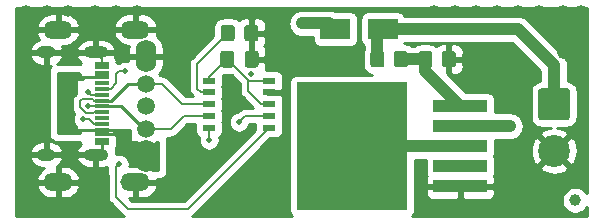
<source format=gbr>
%TF.GenerationSoftware,KiCad,Pcbnew,(5.1.7)-1*%
%TF.CreationDate,2021-04-30T22:35:10+08:00*%
%TF.ProjectId,t12_pps_power,7431325f-7070-4735-9f70-6f7765722e6b,rev?*%
%TF.SameCoordinates,Original*%
%TF.FileFunction,Copper,L1,Top*%
%TF.FilePolarity,Positive*%
%FSLAX46Y46*%
G04 Gerber Fmt 4.6, Leading zero omitted, Abs format (unit mm)*
G04 Created by KiCad (PCBNEW (5.1.7)-1) date 2021-04-30 22:35:10*
%MOMM*%
%LPD*%
G01*
G04 APERTURE LIST*
%TA.AperFunction,SMDPad,CuDef*%
%ADD10R,2.500000X1.800000*%
%TD*%
%TA.AperFunction,ComponentPad*%
%ADD11O,2.500000X1.500000*%
%TD*%
%TA.AperFunction,ComponentPad*%
%ADD12O,1.750000X2.750000*%
%TD*%
%TA.AperFunction,ComponentPad*%
%ADD13C,1.500000*%
%TD*%
%TA.AperFunction,ComponentPad*%
%ADD14O,2.100000X1.000000*%
%TD*%
%TA.AperFunction,ComponentPad*%
%ADD15O,1.600000X1.000000*%
%TD*%
%TA.AperFunction,SMDPad,CuDef*%
%ADD16R,1.150000X0.300000*%
%TD*%
%TA.AperFunction,SMDPad,CuDef*%
%ADD17R,4.600000X1.100000*%
%TD*%
%TA.AperFunction,SMDPad,CuDef*%
%ADD18R,9.400000X10.800000*%
%TD*%
%TA.AperFunction,SMDPad,CuDef*%
%ADD19R,1.100000X0.510000*%
%TD*%
%TA.AperFunction,ComponentPad*%
%ADD20C,2.700000*%
%TD*%
%TA.AperFunction,ViaPad*%
%ADD21C,1.000000*%
%TD*%
%TA.AperFunction,ViaPad*%
%ADD22C,0.500000*%
%TD*%
%TA.AperFunction,Conductor*%
%ADD23C,0.130000*%
%TD*%
%TA.AperFunction,Conductor*%
%ADD24C,1.040000*%
%TD*%
%TA.AperFunction,Conductor*%
%ADD25C,0.250000*%
%TD*%
%TA.AperFunction,Conductor*%
%ADD26C,0.260000*%
%TD*%
%TA.AperFunction,Conductor*%
%ADD27C,0.254000*%
%TD*%
%TA.AperFunction,Conductor*%
%ADD28C,0.100000*%
%TD*%
G04 APERTURE END LIST*
%TO.P,C1,1*%
%TO.N,Net-(C1-Pad1)*%
%TA.AperFunction,SMDPad,CuDef*%
G36*
G01*
X59365000Y-70325000D02*
X59365000Y-69375000D01*
G75*
G02*
X59615000Y-69125000I250000J0D01*
G01*
X60290000Y-69125000D01*
G75*
G02*
X60540000Y-69375000I0J-250000D01*
G01*
X60540000Y-70325000D01*
G75*
G02*
X60290000Y-70575000I-250000J0D01*
G01*
X59615000Y-70575000D01*
G75*
G02*
X59365000Y-70325000I0J250000D01*
G01*
G37*
%TD.AperFunction*%
%TO.P,C1,2*%
%TO.N,GND*%
%TA.AperFunction,SMDPad,CuDef*%
G36*
G01*
X61440000Y-70325000D02*
X61440000Y-69375000D01*
G75*
G02*
X61690000Y-69125000I250000J0D01*
G01*
X62365000Y-69125000D01*
G75*
G02*
X62615000Y-69375000I0J-250000D01*
G01*
X62615000Y-70325000D01*
G75*
G02*
X62365000Y-70575000I-250000J0D01*
G01*
X61690000Y-70575000D01*
G75*
G02*
X61440000Y-70325000I0J250000D01*
G01*
G37*
%TD.AperFunction*%
%TD*%
D10*
%TO.P,D1,1*%
%TO.N,+24V*%
X73120000Y-67310000D03*
%TO.P,D1,2*%
%TO.N,Net-(D1-Pad2)*%
X69120000Y-67310000D03*
%TD*%
D11*
%TO.P,J1,5*%
%TO.N,GND*%
X52190000Y-80250000D03*
X45640000Y-80250000D03*
X45640000Y-67350000D03*
X52190000Y-67350000D03*
D12*
%TO.P,J1,4*%
X53090000Y-69600000D03*
%TO.P,J1,1*%
%TO.N,VCC*%
X53090000Y-78050000D03*
D13*
%TO.P,J1,6*%
%TO.N,N/C*%
X53060000Y-73850000D03*
%TO.P,J1,3*%
%TO.N,/DP*%
X53090000Y-71920000D03*
%TO.P,J1,2*%
%TO.N,/DM*%
X53090000Y-75780000D03*
%TD*%
D14*
%TO.P,J2,S1*%
%TO.N,GND*%
X48825000Y-69280000D03*
X48825000Y-77920000D03*
D15*
X44645000Y-69280000D03*
X44645000Y-77920000D03*
D16*
%TO.P,J2,B1*%
X49390000Y-76650000D03*
%TO.P,J2,B4*%
%TO.N,VCC*%
X49390000Y-75850000D03*
%TO.P,J2,B5*%
%TO.N,/CC2*%
X49390000Y-75350000D03*
%TO.P,J2,A8*%
%TO.N,Net-(J2-PadA8)*%
X49390000Y-74850000D03*
%TO.P,J2,B6*%
%TO.N,/DP*%
X49390000Y-74350000D03*
%TO.P,J2,A7*%
%TO.N,/DM*%
X49390000Y-73850000D03*
%TO.P,J2,A6*%
%TO.N,/DP*%
X49390000Y-73350000D03*
%TO.P,J2,B7*%
%TO.N,/DM*%
X49390000Y-72850000D03*
%TO.P,J2,A5*%
%TO.N,/CC1*%
X49390000Y-72350000D03*
%TO.P,J2,B8*%
%TO.N,Net-(J2-PadB8)*%
X49390000Y-71850000D03*
%TO.P,J2,A4*%
%TO.N,VCC*%
X49390000Y-71050000D03*
%TO.P,J2,A1*%
%TO.N,GND*%
X49390000Y-70250000D03*
%TO.P,J2,B12*%
X49390000Y-70550000D03*
%TO.P,J2,B9*%
%TO.N,VCC*%
X49390000Y-71350000D03*
%TO.P,J2,A9*%
X49390000Y-76150000D03*
%TO.P,J2,A12*%
%TO.N,GND*%
X49390000Y-76950000D03*
%TD*%
%TO.P,R1,2*%
%TO.N,+24V*%
%TA.AperFunction,SMDPad,CuDef*%
G36*
G01*
X73260000Y-69399999D02*
X73260000Y-70300001D01*
G75*
G02*
X73010001Y-70550000I-249999J0D01*
G01*
X72309999Y-70550000D01*
G75*
G02*
X72060000Y-70300001I0J249999D01*
G01*
X72060000Y-69399999D01*
G75*
G02*
X72309999Y-69150000I249999J0D01*
G01*
X73010001Y-69150000D01*
G75*
G02*
X73260000Y-69399999I0J-249999D01*
G01*
G37*
%TD.AperFunction*%
%TO.P,R1,1*%
%TO.N,Net-(R1-Pad1)*%
%TA.AperFunction,SMDPad,CuDef*%
G36*
G01*
X75260000Y-69399999D02*
X75260000Y-70300001D01*
G75*
G02*
X75010001Y-70550000I-249999J0D01*
G01*
X74309999Y-70550000D01*
G75*
G02*
X74060000Y-70300001I0J249999D01*
G01*
X74060000Y-69399999D01*
G75*
G02*
X74309999Y-69150000I249999J0D01*
G01*
X75010001Y-69150000D01*
G75*
G02*
X75260000Y-69399999I0J-249999D01*
G01*
G37*
%TD.AperFunction*%
%TD*%
%TO.P,R2,1*%
%TO.N,GND*%
%TA.AperFunction,SMDPad,CuDef*%
G36*
G01*
X79324000Y-69399999D02*
X79324000Y-70300001D01*
G75*
G02*
X79074001Y-70550000I-249999J0D01*
G01*
X78373999Y-70550000D01*
G75*
G02*
X78124000Y-70300001I0J249999D01*
G01*
X78124000Y-69399999D01*
G75*
G02*
X78373999Y-69150000I249999J0D01*
G01*
X79074001Y-69150000D01*
G75*
G02*
X79324000Y-69399999I0J-249999D01*
G01*
G37*
%TD.AperFunction*%
%TO.P,R2,2*%
%TO.N,Net-(R1-Pad1)*%
%TA.AperFunction,SMDPad,CuDef*%
G36*
G01*
X77324000Y-69399999D02*
X77324000Y-70300001D01*
G75*
G02*
X77074001Y-70550000I-249999J0D01*
G01*
X76373999Y-70550000D01*
G75*
G02*
X76124000Y-70300001I0J249999D01*
G01*
X76124000Y-69399999D01*
G75*
G02*
X76373999Y-69150000I249999J0D01*
G01*
X77074001Y-69150000D01*
G75*
G02*
X77324000Y-69399999I0J-249999D01*
G01*
G37*
%TD.AperFunction*%
%TD*%
%TO.P,R3,1*%
%TO.N,GND*%
%TA.AperFunction,SMDPad,CuDef*%
G36*
G01*
X62600000Y-67199999D02*
X62600000Y-68100001D01*
G75*
G02*
X62350001Y-68350000I-249999J0D01*
G01*
X61649999Y-68350000D01*
G75*
G02*
X61400000Y-68100001I0J249999D01*
G01*
X61400000Y-67199999D01*
G75*
G02*
X61649999Y-66950000I249999J0D01*
G01*
X62350001Y-66950000D01*
G75*
G02*
X62600000Y-67199999I0J-249999D01*
G01*
G37*
%TD.AperFunction*%
%TO.P,R3,2*%
%TO.N,Net-(R3-Pad2)*%
%TA.AperFunction,SMDPad,CuDef*%
G36*
G01*
X60600000Y-67199999D02*
X60600000Y-68100001D01*
G75*
G02*
X60350001Y-68350000I-249999J0D01*
G01*
X59649999Y-68350000D01*
G75*
G02*
X59400000Y-68100001I0J249999D01*
G01*
X59400000Y-67199999D01*
G75*
G02*
X59649999Y-66950000I249999J0D01*
G01*
X60350001Y-66950000D01*
G75*
G02*
X60600000Y-67199999I0J-249999D01*
G01*
G37*
%TD.AperFunction*%
%TD*%
D17*
%TO.P,U1,1*%
%TO.N,GND*%
X79689000Y-80616000D03*
%TO.P,U1,2*%
%TO.N,Net-(U1-Pad2)*%
X79689000Y-78916000D03*
%TO.P,U1,3*%
%TO.N,Net-(D1-Pad2)*%
X79689000Y-77216000D03*
%TO.P,U1,4*%
%TO.N,VCC*%
X79689000Y-75516000D03*
%TO.P,U1,5*%
%TO.N,Net-(R1-Pad1)*%
X79689000Y-73816000D03*
D18*
%TO.P,U1,3*%
%TO.N,Net-(D1-Pad2)*%
X70539000Y-77216000D03*
%TD*%
D19*
%TO.P,U2,1*%
%TO.N,/CC1*%
X63510000Y-75660000D03*
%TO.P,U2,2*%
%TO.N,VCC*%
X63510000Y-74660000D03*
%TO.P,U2,3*%
%TO.N,Net-(C1-Pad1)*%
X63510000Y-73660000D03*
%TO.P,U2,4*%
%TO.N,GND*%
X63510000Y-72660000D03*
%TO.P,U2,6*%
%TO.N,Net-(C1-Pad1)*%
X58410000Y-71660000D03*
%TO.P,U2,7*%
%TO.N,Net-(R3-Pad2)*%
X58410000Y-72660000D03*
%TO.P,U2,8*%
%TO.N,/DP*%
X58410000Y-73660000D03*
%TO.P,U2,5*%
%TO.N,Net-(C1-Pad1)*%
X63510000Y-71660000D03*
%TO.P,U2,9*%
%TO.N,/DM*%
X58410000Y-74660000D03*
%TO.P,U2,10*%
%TO.N,/CC2*%
X58410000Y-75660000D03*
%TD*%
%TO.P,J4,1*%
%TO.N,+24V*%
%TA.AperFunction,ComponentPad*%
G36*
G01*
X86530001Y-72310000D02*
X88729999Y-72310000D01*
G75*
G02*
X88980000Y-72560001I0J-250001D01*
G01*
X88980000Y-74759999D01*
G75*
G02*
X88729999Y-75010000I-250001J0D01*
G01*
X86530001Y-75010000D01*
G75*
G02*
X86280000Y-74759999I0J250001D01*
G01*
X86280000Y-72560001D01*
G75*
G02*
X86530001Y-72310000I250001J0D01*
G01*
G37*
%TD.AperFunction*%
D20*
%TO.P,J4,2*%
%TO.N,GND*%
X87630000Y-77620000D03*
%TD*%
D21*
%TO.N,GND*%
X89916000Y-65786000D03*
X89916000Y-67564000D03*
X89916000Y-69342000D03*
%TO.N,*%
X89408000Y-81788000D03*
%TO.N,GND*%
X88392000Y-67564000D03*
X88392000Y-69342000D03*
X88392000Y-65786000D03*
X84582000Y-65786000D03*
X86360000Y-65786000D03*
X82804000Y-65786000D03*
X79248000Y-65786000D03*
X81026000Y-65786000D03*
X77470000Y-65786000D03*
X44704000Y-65786000D03*
X46482000Y-65786000D03*
X42926000Y-65786000D03*
X50546000Y-65786000D03*
X52324000Y-65786000D03*
X48768000Y-65786000D03*
%TO.N,Net-(D1-Pad2)*%
X68580000Y-74422000D03*
X68580000Y-73406000D03*
X68580000Y-72390000D03*
D22*
%TO.N,/DM*%
X48200000Y-73850000D03*
%TO.N,VCC*%
X60960000Y-75184000D03*
D21*
X83898000Y-75516000D03*
%TO.N,Net-(D1-Pad2)*%
X66294000Y-66802000D03*
D22*
%TO.N,/DM*%
X48200008Y-72644000D03*
%TO.N,/CC2*%
X58420010Y-76708000D03*
X47751994Y-74930000D03*
%TO.N,/CC1*%
X51308000Y-70866000D03*
X50800000Y-78740000D03*
D21*
%TO.N,GND*%
X63754000Y-69850000D03*
D22*
X61976000Y-71120000D03*
X60198000Y-71374000D03*
%TD*%
D23*
%TO.N,Net-(C1-Pad1)*%
X58410000Y-71392500D02*
X59952500Y-69850000D01*
X58410000Y-71660000D02*
X58410000Y-71392500D01*
X63510000Y-71660000D02*
X61762500Y-71660000D01*
X62830000Y-73660000D02*
X61722000Y-72552000D01*
X63510000Y-73660000D02*
X62830000Y-73660000D01*
X61722000Y-71619500D02*
X61599250Y-71496750D01*
X61722000Y-72552000D02*
X61722000Y-71619500D01*
X61599250Y-71496750D02*
X59952500Y-69850000D01*
X61762500Y-71660000D02*
X61599250Y-71496750D01*
D24*
%TO.N,+24V*%
X87630000Y-73660000D02*
X87630000Y-70358000D01*
X84582000Y-67310000D02*
X73120000Y-67310000D01*
X87630000Y-70358000D02*
X84582000Y-67310000D01*
X72660000Y-67770000D02*
X73120000Y-67310000D01*
X72660000Y-69850000D02*
X72660000Y-67770000D01*
D25*
%TO.N,VCC*%
X49390000Y-75850000D02*
X51550000Y-75850000D01*
X49390000Y-76150000D02*
X51500000Y-76150000D01*
X51500000Y-75900000D02*
X51550000Y-75850000D01*
X51500000Y-76150000D02*
X51500000Y-75900000D01*
D23*
X61484000Y-74660000D02*
X60960000Y-75184000D01*
X63510000Y-74660000D02*
X61484000Y-74660000D01*
D24*
X79689000Y-75516000D02*
X83898000Y-75516000D01*
X83898000Y-75516000D02*
X83898000Y-75516000D01*
D26*
X48555000Y-71350000D02*
X48531000Y-71374000D01*
X49390000Y-71350000D02*
X48555000Y-71350000D01*
X48531000Y-71374000D02*
X46482000Y-71374000D01*
X49374999Y-75834999D02*
X47609001Y-75834999D01*
X49390000Y-75850000D02*
X49374999Y-75834999D01*
X46482000Y-71374000D02*
X46482000Y-75946000D01*
X47498000Y-75946000D02*
X47609001Y-75834999D01*
X46482000Y-75946000D02*
X47498000Y-75946000D01*
X49390000Y-71050000D02*
X49390000Y-71350000D01*
D24*
%TO.N,Net-(D1-Pad2)*%
X68612000Y-66802000D02*
X69120000Y-67310000D01*
X66294000Y-66802000D02*
X68612000Y-66802000D01*
X79689000Y-77216000D02*
X70539000Y-77216000D01*
D25*
%TO.N,/DP*%
X49390000Y-73350000D02*
X50150000Y-73350000D01*
X51580000Y-71920000D02*
X53090000Y-71920000D01*
X50150000Y-73350000D02*
X51580000Y-71920000D01*
D23*
X53090000Y-71920000D02*
X54420000Y-71920000D01*
X56160000Y-73660000D02*
X58410000Y-73660000D01*
X54420000Y-71920000D02*
X56160000Y-73660000D01*
X48685000Y-73350000D02*
X49390000Y-73350000D01*
X48575000Y-73240000D02*
X48685000Y-73350000D01*
X47630000Y-73240000D02*
X48575000Y-73240000D01*
X47498000Y-73372000D02*
X47630000Y-73240000D01*
X47498000Y-73914000D02*
X47498000Y-73372000D01*
X48006000Y-74422000D02*
X47498000Y-73914000D01*
X48613000Y-74422000D02*
X48006000Y-74422000D01*
X48685000Y-74350000D02*
X48613000Y-74422000D01*
X49390000Y-74350000D02*
X48685000Y-74350000D01*
D25*
%TO.N,/DM*%
X49390000Y-73850000D02*
X51000000Y-73850000D01*
X52930000Y-75780000D02*
X53090000Y-75780000D01*
X51000000Y-73850000D02*
X52930000Y-75780000D01*
D23*
X48200000Y-73850000D02*
X49390000Y-73850000D01*
X58410000Y-74660000D02*
X56290000Y-74660000D01*
X55170000Y-75780000D02*
X53090000Y-75780000D01*
X56290000Y-74660000D02*
X55170000Y-75780000D01*
X48406008Y-72850000D02*
X48200008Y-72644000D01*
X49390000Y-72850000D02*
X48406008Y-72850000D01*
%TO.N,/CC2*%
X58410000Y-75660000D02*
X58410000Y-76697990D01*
X58410000Y-76697990D02*
X58420010Y-76708000D01*
X48260000Y-74930000D02*
X47751994Y-74930000D01*
X48680000Y-75350000D02*
X48260000Y-74930000D01*
X49390000Y-75350000D02*
X48680000Y-75350000D01*
%TO.N,/CC1*%
X51308000Y-70866000D02*
X50800000Y-70866000D01*
X50800000Y-70866000D02*
X50546000Y-71120000D01*
X50095000Y-72350000D02*
X49390000Y-72350000D01*
X50546000Y-71899000D02*
X50095000Y-72350000D01*
X50546000Y-71120000D02*
X50546000Y-71899000D01*
X56620000Y-82550000D02*
X51562000Y-82550000D01*
X50550001Y-78989999D02*
X50800000Y-78740000D01*
X51562000Y-82550000D02*
X50550001Y-81538001D01*
X63510000Y-75660000D02*
X56620000Y-82550000D01*
X50550001Y-81538001D02*
X50550001Y-78989999D01*
D24*
%TO.N,Net-(R1-Pad1)*%
X76724000Y-69850000D02*
X74660000Y-69850000D01*
X76724000Y-70851000D02*
X76724000Y-69850000D01*
X79689000Y-73816000D02*
X76724000Y-70851000D01*
D23*
%TO.N,Net-(R3-Pad2)*%
X57730000Y-72660000D02*
X57404000Y-72334000D01*
X58410000Y-72660000D02*
X57730000Y-72660000D01*
X57404000Y-70246000D02*
X60000000Y-67650000D01*
X57404000Y-72334000D02*
X57404000Y-70246000D01*
%TO.N,GND*%
X49390000Y-70550000D02*
X49390000Y-70250000D01*
X49390000Y-69845000D02*
X48825000Y-69280000D01*
X49390000Y-70250000D02*
X49390000Y-69845000D01*
X62027500Y-67677500D02*
X62000000Y-67650000D01*
X62027500Y-69850000D02*
X62027500Y-67677500D01*
D26*
X49390000Y-76950000D02*
X49390000Y-77355000D01*
X49390000Y-77355000D02*
X48825000Y-77920000D01*
X49390000Y-76650000D02*
X49390000Y-77355000D01*
%TD*%
D27*
%TO.N,GND*%
X90390000Y-81214721D02*
X90289612Y-81064480D01*
X90131520Y-80906388D01*
X89945624Y-80782176D01*
X89739067Y-80696617D01*
X89519788Y-80653000D01*
X89296212Y-80653000D01*
X89076933Y-80696617D01*
X88870376Y-80782176D01*
X88684480Y-80906388D01*
X88526388Y-81064480D01*
X88402176Y-81250376D01*
X88316617Y-81456933D01*
X88273000Y-81676212D01*
X88273000Y-81899788D01*
X88316617Y-82119067D01*
X88402176Y-82325624D01*
X88526388Y-82511520D01*
X88684480Y-82669612D01*
X88870376Y-82793824D01*
X89076933Y-82879383D01*
X89296212Y-82923000D01*
X89519788Y-82923000D01*
X89739067Y-82879383D01*
X89945624Y-82793824D01*
X90131520Y-82669612D01*
X90289612Y-82511520D01*
X90390000Y-82361279D01*
X90390000Y-83140000D01*
X75601459Y-83140000D01*
X75690185Y-83067185D01*
X75769537Y-82970494D01*
X75828502Y-82860180D01*
X75864812Y-82740482D01*
X75877072Y-82616000D01*
X75877072Y-81166000D01*
X76750928Y-81166000D01*
X76763188Y-81290482D01*
X76799498Y-81410180D01*
X76858463Y-81520494D01*
X76937815Y-81617185D01*
X77034506Y-81696537D01*
X77144820Y-81755502D01*
X77264518Y-81791812D01*
X77389000Y-81804072D01*
X79403250Y-81801000D01*
X79562000Y-81642250D01*
X79562000Y-80743000D01*
X79816000Y-80743000D01*
X79816000Y-81642250D01*
X79974750Y-81801000D01*
X81989000Y-81804072D01*
X82113482Y-81791812D01*
X82233180Y-81755502D01*
X82343494Y-81696537D01*
X82440185Y-81617185D01*
X82519537Y-81520494D01*
X82578502Y-81410180D01*
X82614812Y-81290482D01*
X82627072Y-81166000D01*
X82624000Y-80901750D01*
X82465250Y-80743000D01*
X79816000Y-80743000D01*
X79562000Y-80743000D01*
X76912750Y-80743000D01*
X76754000Y-80901750D01*
X76750928Y-81166000D01*
X75877072Y-81166000D01*
X75877072Y-78371000D01*
X76750928Y-78371000D01*
X76750928Y-79466000D01*
X76763188Y-79590482D01*
X76799498Y-79710180D01*
X76829335Y-79766000D01*
X76799498Y-79821820D01*
X76763188Y-79941518D01*
X76750928Y-80066000D01*
X76754000Y-80330250D01*
X76912750Y-80489000D01*
X79562000Y-80489000D01*
X79562000Y-80469000D01*
X79816000Y-80469000D01*
X79816000Y-80489000D01*
X82465250Y-80489000D01*
X82624000Y-80330250D01*
X82627072Y-80066000D01*
X82614812Y-79941518D01*
X82578502Y-79821820D01*
X82548665Y-79766000D01*
X82578502Y-79710180D01*
X82614812Y-79590482D01*
X82627072Y-79466000D01*
X82627072Y-79004838D01*
X86424767Y-79004838D01*
X86562724Y-79305044D01*
X86911967Y-79480882D01*
X87288804Y-79585207D01*
X87678753Y-79614009D01*
X88066828Y-79566184D01*
X88438116Y-79443568D01*
X88697276Y-79305044D01*
X88835233Y-79004838D01*
X87630000Y-77799605D01*
X86424767Y-79004838D01*
X82627072Y-79004838D01*
X82627072Y-78366000D01*
X82614812Y-78241518D01*
X82578502Y-78121820D01*
X82548665Y-78066000D01*
X82578502Y-78010180D01*
X82614812Y-77890482D01*
X82627072Y-77766000D01*
X82627072Y-77668753D01*
X85635991Y-77668753D01*
X85683816Y-78056828D01*
X85806432Y-78428116D01*
X85944956Y-78687276D01*
X86245162Y-78825233D01*
X87450395Y-77620000D01*
X87809605Y-77620000D01*
X89014838Y-78825233D01*
X89315044Y-78687276D01*
X89490882Y-78338033D01*
X89595207Y-77961196D01*
X89624009Y-77571247D01*
X89576184Y-77183172D01*
X89453568Y-76811884D01*
X89315044Y-76552724D01*
X89014838Y-76414767D01*
X87809605Y-77620000D01*
X87450395Y-77620000D01*
X86245162Y-76414767D01*
X85944956Y-76552724D01*
X85769118Y-76901967D01*
X85664793Y-77278804D01*
X85635991Y-77668753D01*
X82627072Y-77668753D01*
X82627072Y-76671000D01*
X83954737Y-76671000D01*
X84124419Y-76654288D01*
X84342138Y-76588243D01*
X84542788Y-76480994D01*
X84718660Y-76336660D01*
X84862994Y-76160788D01*
X84970243Y-75960138D01*
X85036288Y-75742419D01*
X85058588Y-75516000D01*
X85036288Y-75289581D01*
X84970243Y-75071862D01*
X84862994Y-74871212D01*
X84718660Y-74695340D01*
X84542788Y-74551006D01*
X84342138Y-74443757D01*
X84124419Y-74377712D01*
X83954737Y-74361000D01*
X82627072Y-74361000D01*
X82627072Y-73266000D01*
X82614812Y-73141518D01*
X82578502Y-73021820D01*
X82519537Y-72911506D01*
X82440185Y-72814815D01*
X82343494Y-72735463D01*
X82233180Y-72676498D01*
X82113482Y-72640188D01*
X81989000Y-72627928D01*
X80134345Y-72627928D01*
X78564833Y-71058417D01*
X78597000Y-71026250D01*
X78597000Y-69977000D01*
X78851000Y-69977000D01*
X78851000Y-71026250D01*
X79009750Y-71185000D01*
X79324000Y-71188072D01*
X79448482Y-71175812D01*
X79568180Y-71139502D01*
X79678494Y-71080537D01*
X79775185Y-71001185D01*
X79854537Y-70904494D01*
X79913502Y-70794180D01*
X79949812Y-70674482D01*
X79962072Y-70550000D01*
X79959000Y-70135750D01*
X79800250Y-69977000D01*
X78851000Y-69977000D01*
X78597000Y-69977000D01*
X78577000Y-69977000D01*
X78577000Y-69723000D01*
X78597000Y-69723000D01*
X78597000Y-68673750D01*
X78851000Y-68673750D01*
X78851000Y-69723000D01*
X79800250Y-69723000D01*
X79959000Y-69564250D01*
X79962072Y-69150000D01*
X79949812Y-69025518D01*
X79913502Y-68905820D01*
X79854537Y-68795506D01*
X79775185Y-68698815D01*
X79678494Y-68619463D01*
X79568180Y-68560498D01*
X79448482Y-68524188D01*
X79324000Y-68511928D01*
X79009750Y-68515000D01*
X78851000Y-68673750D01*
X78597000Y-68673750D01*
X78438250Y-68515000D01*
X78124000Y-68511928D01*
X77999518Y-68524188D01*
X77879820Y-68560498D01*
X77769506Y-68619463D01*
X77672815Y-68698815D01*
X77648637Y-68728276D01*
X77567387Y-68661595D01*
X77413851Y-68579528D01*
X77247255Y-68528992D01*
X77074001Y-68511928D01*
X76373999Y-68511928D01*
X76200745Y-68528992D01*
X76034149Y-68579528D01*
X75880613Y-68661595D01*
X75839909Y-68695000D01*
X75544091Y-68695000D01*
X75503387Y-68661595D01*
X75349851Y-68579528D01*
X75183255Y-68528992D01*
X75010001Y-68511928D01*
X74928635Y-68511928D01*
X74953718Y-68465000D01*
X84103584Y-68465000D01*
X86475001Y-70836418D01*
X86475001Y-71677345D01*
X86356747Y-71688992D01*
X86190150Y-71739529D01*
X86036614Y-71821595D01*
X85902039Y-71932039D01*
X85791595Y-72066614D01*
X85709529Y-72220150D01*
X85658992Y-72386747D01*
X85641928Y-72560001D01*
X85641928Y-74759999D01*
X85658992Y-74933253D01*
X85709529Y-75099850D01*
X85791595Y-75253386D01*
X85902039Y-75387961D01*
X86036614Y-75498405D01*
X86190150Y-75580471D01*
X86356747Y-75631008D01*
X86530001Y-75648072D01*
X87402071Y-75648072D01*
X87193172Y-75673816D01*
X86821884Y-75796432D01*
X86562724Y-75934956D01*
X86424767Y-76235162D01*
X87630000Y-77440395D01*
X88835233Y-76235162D01*
X88697276Y-75934956D01*
X88348033Y-75759118D01*
X87971196Y-75654793D01*
X87880201Y-75648072D01*
X88729999Y-75648072D01*
X88903253Y-75631008D01*
X89069850Y-75580471D01*
X89223386Y-75498405D01*
X89357961Y-75387961D01*
X89468405Y-75253386D01*
X89550471Y-75099850D01*
X89601008Y-74933253D01*
X89618072Y-74759999D01*
X89618072Y-72560001D01*
X89601008Y-72386747D01*
X89550471Y-72220150D01*
X89468405Y-72066614D01*
X89357961Y-71932039D01*
X89223386Y-71821595D01*
X89069850Y-71739529D01*
X88903253Y-71688992D01*
X88785000Y-71677345D01*
X88785000Y-70414734D01*
X88790588Y-70358000D01*
X88785000Y-70301263D01*
X88768288Y-70131581D01*
X88702243Y-69913862D01*
X88594994Y-69713212D01*
X88450660Y-69537340D01*
X88406589Y-69501172D01*
X85438833Y-66533417D01*
X85402660Y-66489340D01*
X85226788Y-66345006D01*
X85026138Y-66237757D01*
X84808419Y-66171712D01*
X84638737Y-66155000D01*
X84638734Y-66155000D01*
X84582000Y-66149412D01*
X84525266Y-66155000D01*
X74953718Y-66155000D01*
X74900537Y-66055506D01*
X74821185Y-65958815D01*
X74724494Y-65879463D01*
X74614180Y-65820498D01*
X74494482Y-65784188D01*
X74370000Y-65771928D01*
X71870000Y-65771928D01*
X71745518Y-65784188D01*
X71625820Y-65820498D01*
X71515506Y-65879463D01*
X71418815Y-65958815D01*
X71339463Y-66055506D01*
X71280498Y-66165820D01*
X71244188Y-66285518D01*
X71231928Y-66410000D01*
X71231928Y-68210000D01*
X71244188Y-68334482D01*
X71280498Y-68454180D01*
X71339463Y-68564494D01*
X71418815Y-68661185D01*
X71505001Y-68731915D01*
X71505000Y-69031202D01*
X71489528Y-69060149D01*
X71438992Y-69226745D01*
X71421928Y-69399999D01*
X71421928Y-70300001D01*
X71438992Y-70473255D01*
X71489528Y-70639851D01*
X71571595Y-70793387D01*
X71682038Y-70927962D01*
X71816613Y-71038405D01*
X71970149Y-71120472D01*
X72136745Y-71171008D01*
X72207005Y-71177928D01*
X65839000Y-71177928D01*
X65714518Y-71190188D01*
X65594820Y-71226498D01*
X65484506Y-71285463D01*
X65387815Y-71364815D01*
X65308463Y-71461506D01*
X65249498Y-71571820D01*
X65213188Y-71691518D01*
X65200928Y-71816000D01*
X65200928Y-82616000D01*
X65213188Y-82740482D01*
X65249498Y-82860180D01*
X65308463Y-82970494D01*
X65387815Y-83067185D01*
X65476541Y-83140000D01*
X57001137Y-83140000D01*
X57010781Y-83134845D01*
X57117370Y-83047370D01*
X57139296Y-83020653D01*
X63606877Y-76553072D01*
X64060000Y-76553072D01*
X64184482Y-76540812D01*
X64304180Y-76504502D01*
X64414494Y-76445537D01*
X64511185Y-76366185D01*
X64590537Y-76269494D01*
X64649502Y-76159180D01*
X64685812Y-76039482D01*
X64698072Y-75915000D01*
X64698072Y-75405000D01*
X64685812Y-75280518D01*
X64649502Y-75160820D01*
X64649064Y-75160000D01*
X64649502Y-75159180D01*
X64685812Y-75039482D01*
X64698072Y-74915000D01*
X64698072Y-74405000D01*
X64685812Y-74280518D01*
X64649502Y-74160820D01*
X64649064Y-74160000D01*
X64649502Y-74159180D01*
X64685812Y-74039482D01*
X64698072Y-73915000D01*
X64698072Y-73405000D01*
X64685812Y-73280518D01*
X64649502Y-73160820D01*
X64648511Y-73158966D01*
X64683507Y-73050552D01*
X64695000Y-72945750D01*
X64536250Y-72787000D01*
X64210235Y-72787000D01*
X64184482Y-72779188D01*
X64060000Y-72766928D01*
X63363000Y-72766928D01*
X63363000Y-72553072D01*
X64060000Y-72553072D01*
X64184482Y-72540812D01*
X64210235Y-72533000D01*
X64536250Y-72533000D01*
X64695000Y-72374250D01*
X64683507Y-72269448D01*
X64648511Y-72161034D01*
X64649502Y-72159180D01*
X64685812Y-72039482D01*
X64698072Y-71915000D01*
X64698072Y-71405000D01*
X64685812Y-71280518D01*
X64649502Y-71160820D01*
X64590537Y-71050506D01*
X64511185Y-70953815D01*
X64414494Y-70874463D01*
X64304180Y-70815498D01*
X64184482Y-70779188D01*
X64060000Y-70766928D01*
X63220352Y-70766928D01*
X63240812Y-70699482D01*
X63253072Y-70575000D01*
X63250000Y-70135750D01*
X63091250Y-69977000D01*
X62154500Y-69977000D01*
X62154500Y-69997000D01*
X61900500Y-69997000D01*
X61900500Y-69977000D01*
X61880500Y-69977000D01*
X61880500Y-69723000D01*
X61900500Y-69723000D01*
X61900500Y-68648750D01*
X61873000Y-68621250D01*
X61873000Y-67777000D01*
X62127000Y-67777000D01*
X62127000Y-68826250D01*
X62154500Y-68853750D01*
X62154500Y-69723000D01*
X63091250Y-69723000D01*
X63250000Y-69564250D01*
X63253072Y-69125000D01*
X63240812Y-69000518D01*
X63204502Y-68880820D01*
X63145537Y-68770506D01*
X63110950Y-68728361D01*
X63130537Y-68704494D01*
X63189502Y-68594180D01*
X63225812Y-68474482D01*
X63238072Y-68350000D01*
X63235000Y-67935750D01*
X63076250Y-67777000D01*
X62127000Y-67777000D01*
X61873000Y-67777000D01*
X61853000Y-67777000D01*
X61853000Y-67523000D01*
X61873000Y-67523000D01*
X61873000Y-66473750D01*
X62127000Y-66473750D01*
X62127000Y-67523000D01*
X63076250Y-67523000D01*
X63235000Y-67364250D01*
X63238072Y-66950000D01*
X63225812Y-66825518D01*
X63218678Y-66802000D01*
X65133412Y-66802000D01*
X65155712Y-67028419D01*
X65221757Y-67246138D01*
X65329006Y-67446788D01*
X65473340Y-67622660D01*
X65649212Y-67766994D01*
X65849862Y-67874243D01*
X66067581Y-67940288D01*
X66237263Y-67957000D01*
X67231928Y-67957000D01*
X67231928Y-68210000D01*
X67244188Y-68334482D01*
X67280498Y-68454180D01*
X67339463Y-68564494D01*
X67418815Y-68661185D01*
X67515506Y-68740537D01*
X67625820Y-68799502D01*
X67745518Y-68835812D01*
X67870000Y-68848072D01*
X70370000Y-68848072D01*
X70494482Y-68835812D01*
X70614180Y-68799502D01*
X70724494Y-68740537D01*
X70821185Y-68661185D01*
X70900537Y-68564494D01*
X70959502Y-68454180D01*
X70995812Y-68334482D01*
X71008072Y-68210000D01*
X71008072Y-66410000D01*
X70995812Y-66285518D01*
X70959502Y-66165820D01*
X70900537Y-66055506D01*
X70821185Y-65958815D01*
X70724494Y-65879463D01*
X70614180Y-65820498D01*
X70494482Y-65784188D01*
X70370000Y-65771928D01*
X69135035Y-65771928D01*
X69056138Y-65729757D01*
X68838419Y-65663712D01*
X68668737Y-65647000D01*
X68668734Y-65647000D01*
X68612000Y-65641412D01*
X68555266Y-65647000D01*
X66237263Y-65647000D01*
X66067581Y-65663712D01*
X65849862Y-65729757D01*
X65649212Y-65837006D01*
X65473340Y-65981340D01*
X65329006Y-66157212D01*
X65221757Y-66357862D01*
X65155712Y-66575581D01*
X65133412Y-66802000D01*
X63218678Y-66802000D01*
X63189502Y-66705820D01*
X63130537Y-66595506D01*
X63051185Y-66498815D01*
X62954494Y-66419463D01*
X62844180Y-66360498D01*
X62724482Y-66324188D01*
X62600000Y-66311928D01*
X62285750Y-66315000D01*
X62127000Y-66473750D01*
X61873000Y-66473750D01*
X61714250Y-66315000D01*
X61400000Y-66311928D01*
X61275518Y-66324188D01*
X61155820Y-66360498D01*
X61045506Y-66419463D01*
X60948815Y-66498815D01*
X60924637Y-66528276D01*
X60843387Y-66461595D01*
X60689851Y-66379528D01*
X60523255Y-66328992D01*
X60350001Y-66311928D01*
X59649999Y-66311928D01*
X59476745Y-66328992D01*
X59310149Y-66379528D01*
X59156613Y-66461595D01*
X59022038Y-66572038D01*
X58911595Y-66706613D01*
X58829528Y-66860149D01*
X58778992Y-67026745D01*
X58761928Y-67199999D01*
X58761928Y-67898123D01*
X56933342Y-69726709D01*
X56906631Y-69748630D01*
X56884710Y-69775341D01*
X56884708Y-69775343D01*
X56819155Y-69855219D01*
X56754155Y-69976826D01*
X56737922Y-70030341D01*
X56722336Y-70081723D01*
X56714129Y-70108777D01*
X56700613Y-70246000D01*
X56704001Y-70280397D01*
X56704000Y-72299613D01*
X56700613Y-72334000D01*
X56704000Y-72368387D01*
X56704000Y-72368389D01*
X56714128Y-72471223D01*
X56747376Y-72580826D01*
X56754155Y-72603174D01*
X56819155Y-72724781D01*
X56878608Y-72797224D01*
X56906630Y-72831369D01*
X56933343Y-72853292D01*
X57040051Y-72960000D01*
X56449950Y-72960000D01*
X54939296Y-71449347D01*
X54917370Y-71422630D01*
X54810781Y-71335155D01*
X54689175Y-71270155D01*
X54557224Y-71230128D01*
X54454390Y-71220000D01*
X54454387Y-71220000D01*
X54420000Y-71216613D01*
X54385613Y-71220000D01*
X54288000Y-71220000D01*
X54213201Y-71108056D01*
X54274961Y-71044508D01*
X54436457Y-70795185D01*
X54546209Y-70519146D01*
X54600000Y-70227000D01*
X54600000Y-69727000D01*
X53217000Y-69727000D01*
X53217000Y-69747000D01*
X52963000Y-69747000D01*
X52963000Y-69727000D01*
X51580000Y-69727000D01*
X51580000Y-70020749D01*
X51566145Y-70015010D01*
X51395165Y-69981000D01*
X51220835Y-69981000D01*
X51049855Y-70015010D01*
X50888795Y-70081723D01*
X50762157Y-70166340D01*
X50662776Y-70176128D01*
X50600000Y-70195171D01*
X50600000Y-70122998D01*
X50545252Y-70122998D01*
X50600000Y-70068250D01*
X50588499Y-69964408D01*
X50550066Y-69845375D01*
X50489149Y-69736127D01*
X50436190Y-69673887D01*
X50469119Y-69581874D01*
X50342954Y-69407000D01*
X48952000Y-69407000D01*
X48952000Y-69427000D01*
X48698000Y-69427000D01*
X48698000Y-69407000D01*
X47307046Y-69407000D01*
X47180881Y-69581874D01*
X47260724Y-69804976D01*
X47382631Y-69992764D01*
X47538831Y-70153161D01*
X47541335Y-70154883D01*
X47490475Y-70231000D01*
X45567953Y-70231000D01*
X45681169Y-70153161D01*
X45837369Y-69992764D01*
X45959276Y-69804976D01*
X46039119Y-69581874D01*
X45912954Y-69407000D01*
X44772000Y-69407000D01*
X44772000Y-70415000D01*
X45019408Y-70415000D01*
X45016987Y-70416987D01*
X44938017Y-70513213D01*
X44879336Y-70622996D01*
X44843201Y-70742118D01*
X44831000Y-70866000D01*
X44831000Y-76200000D01*
X44843201Y-76323882D01*
X44879336Y-76443004D01*
X44938017Y-76552787D01*
X45016987Y-76649013D01*
X45113213Y-76727983D01*
X45222996Y-76786664D01*
X45342118Y-76822799D01*
X45466000Y-76835000D01*
X47428807Y-76835000D01*
X47474259Y-76944731D01*
X47541335Y-77045117D01*
X47538831Y-77046839D01*
X47382631Y-77207236D01*
X47260724Y-77395024D01*
X47180881Y-77618126D01*
X47307046Y-77793000D01*
X48698000Y-77793000D01*
X48698000Y-77773000D01*
X48952000Y-77773000D01*
X48952000Y-77793000D01*
X48972000Y-77793000D01*
X48972000Y-78047000D01*
X48952000Y-78047000D01*
X48952000Y-79055000D01*
X49502000Y-79055000D01*
X49720987Y-79008415D01*
X49765000Y-78989497D01*
X49765000Y-79350000D01*
X49777201Y-79473882D01*
X49813336Y-79593004D01*
X49850002Y-79661600D01*
X49850001Y-81503614D01*
X49846614Y-81538001D01*
X49850001Y-81572388D01*
X49850001Y-81572390D01*
X49860129Y-81675224D01*
X49892383Y-81781550D01*
X49900156Y-81807175D01*
X49965156Y-81928782D01*
X49995007Y-81965155D01*
X50052631Y-82035370D01*
X50079344Y-82057293D01*
X51042708Y-83020658D01*
X51064630Y-83047370D01*
X51171219Y-83134845D01*
X51180863Y-83140000D01*
X42060000Y-83140000D01*
X42060000Y-80591185D01*
X43797682Y-80591185D01*
X43811827Y-80662684D01*
X43917858Y-80913868D01*
X44070855Y-81139540D01*
X44264939Y-81331028D01*
X44492651Y-81480972D01*
X44745240Y-81583611D01*
X45013000Y-81635000D01*
X45513000Y-81635000D01*
X45513000Y-80377000D01*
X45767000Y-80377000D01*
X45767000Y-81635000D01*
X46267000Y-81635000D01*
X46534760Y-81583611D01*
X46787349Y-81480972D01*
X47015061Y-81331028D01*
X47209145Y-81139540D01*
X47362142Y-80913868D01*
X47468173Y-80662684D01*
X47482318Y-80591185D01*
X47359656Y-80377000D01*
X45767000Y-80377000D01*
X45513000Y-80377000D01*
X43920344Y-80377000D01*
X43797682Y-80591185D01*
X42060000Y-80591185D01*
X42060000Y-78221874D01*
X43250881Y-78221874D01*
X43330724Y-78444976D01*
X43452631Y-78632764D01*
X43608831Y-78793161D01*
X43793322Y-78920003D01*
X43999013Y-79008415D01*
X44218000Y-79055000D01*
X44438022Y-79055000D01*
X44264939Y-79168972D01*
X44070855Y-79360460D01*
X43917858Y-79586132D01*
X43811827Y-79837316D01*
X43797682Y-79908815D01*
X43920344Y-80123000D01*
X45513000Y-80123000D01*
X45513000Y-78908781D01*
X45576679Y-78865000D01*
X45767000Y-78865000D01*
X45767000Y-80123000D01*
X47359656Y-80123000D01*
X47482318Y-79908815D01*
X47468173Y-79837316D01*
X47362142Y-79586132D01*
X47209145Y-79360460D01*
X47015061Y-79168972D01*
X46787349Y-79019028D01*
X46534760Y-78916389D01*
X46267000Y-78865000D01*
X45767000Y-78865000D01*
X45576679Y-78865000D01*
X45681169Y-78793161D01*
X45837369Y-78632764D01*
X45959276Y-78444976D01*
X46039119Y-78221874D01*
X47180881Y-78221874D01*
X47260724Y-78444976D01*
X47382631Y-78632764D01*
X47538831Y-78793161D01*
X47723322Y-78920003D01*
X47929013Y-79008415D01*
X48148000Y-79055000D01*
X48698000Y-79055000D01*
X48698000Y-78047000D01*
X47307046Y-78047000D01*
X47180881Y-78221874D01*
X46039119Y-78221874D01*
X45912954Y-78047000D01*
X44772000Y-78047000D01*
X44772000Y-78067000D01*
X44518000Y-78067000D01*
X44518000Y-78047000D01*
X43377046Y-78047000D01*
X43250881Y-78221874D01*
X42060000Y-78221874D01*
X42060000Y-77618126D01*
X43250881Y-77618126D01*
X43377046Y-77793000D01*
X44518000Y-77793000D01*
X44518000Y-76785000D01*
X44772000Y-76785000D01*
X44772000Y-77793000D01*
X45912954Y-77793000D01*
X46039119Y-77618126D01*
X45959276Y-77395024D01*
X45837369Y-77207236D01*
X45681169Y-77046839D01*
X45496678Y-76919997D01*
X45290987Y-76831585D01*
X45072000Y-76785000D01*
X44772000Y-76785000D01*
X44518000Y-76785000D01*
X44218000Y-76785000D01*
X43999013Y-76831585D01*
X43793322Y-76919997D01*
X43608831Y-77046839D01*
X43452631Y-77207236D01*
X43330724Y-77395024D01*
X43250881Y-77618126D01*
X42060000Y-77618126D01*
X42060000Y-69581874D01*
X43250881Y-69581874D01*
X43330724Y-69804976D01*
X43452631Y-69992764D01*
X43608831Y-70153161D01*
X43793322Y-70280003D01*
X43999013Y-70368415D01*
X44218000Y-70415000D01*
X44518000Y-70415000D01*
X44518000Y-69407000D01*
X43377046Y-69407000D01*
X43250881Y-69581874D01*
X42060000Y-69581874D01*
X42060000Y-68978126D01*
X43250881Y-68978126D01*
X43377046Y-69153000D01*
X44518000Y-69153000D01*
X44518000Y-69133000D01*
X44772000Y-69133000D01*
X44772000Y-69153000D01*
X45912954Y-69153000D01*
X46039119Y-68978126D01*
X47180881Y-68978126D01*
X47307046Y-69153000D01*
X48698000Y-69153000D01*
X48698000Y-68145000D01*
X48952000Y-68145000D01*
X48952000Y-69153000D01*
X50342954Y-69153000D01*
X50469119Y-68978126D01*
X50389276Y-68755024D01*
X50267369Y-68567236D01*
X50111169Y-68406839D01*
X49926678Y-68279997D01*
X49720987Y-68191585D01*
X49502000Y-68145000D01*
X48952000Y-68145000D01*
X48698000Y-68145000D01*
X48148000Y-68145000D01*
X47929013Y-68191585D01*
X47723322Y-68279997D01*
X47538831Y-68406839D01*
X47382631Y-68567236D01*
X47260724Y-68755024D01*
X47180881Y-68978126D01*
X46039119Y-68978126D01*
X45959276Y-68755024D01*
X45946277Y-68735000D01*
X46267000Y-68735000D01*
X46534760Y-68683611D01*
X46787349Y-68580972D01*
X47015061Y-68431028D01*
X47209145Y-68239540D01*
X47362142Y-68013868D01*
X47468173Y-67762684D01*
X47482318Y-67691185D01*
X50347682Y-67691185D01*
X50361827Y-67762684D01*
X50467858Y-68013868D01*
X50620855Y-68239540D01*
X50814939Y-68431028D01*
X51042651Y-68580972D01*
X51295240Y-68683611D01*
X51563000Y-68735000D01*
X51623821Y-68735000D01*
X51580000Y-68973000D01*
X51580000Y-69473000D01*
X52963000Y-69473000D01*
X52963000Y-69453000D01*
X53217000Y-69453000D01*
X53217000Y-69473000D01*
X54600000Y-69473000D01*
X54600000Y-68973000D01*
X54546209Y-68680854D01*
X54436457Y-68404815D01*
X54274961Y-68155492D01*
X54067928Y-67942466D01*
X53970593Y-67875400D01*
X54018173Y-67762684D01*
X54032318Y-67691185D01*
X53909656Y-67477000D01*
X52317000Y-67477000D01*
X52317000Y-67497000D01*
X52063000Y-67497000D01*
X52063000Y-67477000D01*
X50470344Y-67477000D01*
X50347682Y-67691185D01*
X47482318Y-67691185D01*
X47359656Y-67477000D01*
X45767000Y-67477000D01*
X45767000Y-67497000D01*
X45513000Y-67497000D01*
X45513000Y-67477000D01*
X43920344Y-67477000D01*
X43797682Y-67691185D01*
X43811827Y-67762684D01*
X43917858Y-68013868D01*
X44033386Y-68184273D01*
X43999013Y-68191585D01*
X43793322Y-68279997D01*
X43608831Y-68406839D01*
X43452631Y-68567236D01*
X43330724Y-68755024D01*
X43250881Y-68978126D01*
X42060000Y-68978126D01*
X42060000Y-67008815D01*
X43797682Y-67008815D01*
X43920344Y-67223000D01*
X45513000Y-67223000D01*
X45513000Y-65965000D01*
X45767000Y-65965000D01*
X45767000Y-67223000D01*
X47359656Y-67223000D01*
X47482318Y-67008815D01*
X50347682Y-67008815D01*
X50470344Y-67223000D01*
X52063000Y-67223000D01*
X52063000Y-65965000D01*
X52317000Y-65965000D01*
X52317000Y-67223000D01*
X53909656Y-67223000D01*
X54032318Y-67008815D01*
X54018173Y-66937316D01*
X53912142Y-66686132D01*
X53759145Y-66460460D01*
X53565061Y-66268972D01*
X53337349Y-66119028D01*
X53084760Y-66016389D01*
X52817000Y-65965000D01*
X52317000Y-65965000D01*
X52063000Y-65965000D01*
X51563000Y-65965000D01*
X51295240Y-66016389D01*
X51042651Y-66119028D01*
X50814939Y-66268972D01*
X50620855Y-66460460D01*
X50467858Y-66686132D01*
X50361827Y-66937316D01*
X50347682Y-67008815D01*
X47482318Y-67008815D01*
X47468173Y-66937316D01*
X47362142Y-66686132D01*
X47209145Y-66460460D01*
X47015061Y-66268972D01*
X46787349Y-66119028D01*
X46534760Y-66016389D01*
X46267000Y-65965000D01*
X45767000Y-65965000D01*
X45513000Y-65965000D01*
X45013000Y-65965000D01*
X44745240Y-66016389D01*
X44492651Y-66119028D01*
X44264939Y-66268972D01*
X44070855Y-66460460D01*
X43917858Y-66686132D01*
X43811827Y-66937316D01*
X43797682Y-67008815D01*
X42060000Y-67008815D01*
X42060000Y-65510000D01*
X90390001Y-65510000D01*
X90390000Y-81214721D01*
%TA.AperFunction,Conductor*%
D28*
G36*
X90390000Y-81214721D02*
G01*
X90289612Y-81064480D01*
X90131520Y-80906388D01*
X89945624Y-80782176D01*
X89739067Y-80696617D01*
X89519788Y-80653000D01*
X89296212Y-80653000D01*
X89076933Y-80696617D01*
X88870376Y-80782176D01*
X88684480Y-80906388D01*
X88526388Y-81064480D01*
X88402176Y-81250376D01*
X88316617Y-81456933D01*
X88273000Y-81676212D01*
X88273000Y-81899788D01*
X88316617Y-82119067D01*
X88402176Y-82325624D01*
X88526388Y-82511520D01*
X88684480Y-82669612D01*
X88870376Y-82793824D01*
X89076933Y-82879383D01*
X89296212Y-82923000D01*
X89519788Y-82923000D01*
X89739067Y-82879383D01*
X89945624Y-82793824D01*
X90131520Y-82669612D01*
X90289612Y-82511520D01*
X90390000Y-82361279D01*
X90390000Y-83140000D01*
X75601459Y-83140000D01*
X75690185Y-83067185D01*
X75769537Y-82970494D01*
X75828502Y-82860180D01*
X75864812Y-82740482D01*
X75877072Y-82616000D01*
X75877072Y-81166000D01*
X76750928Y-81166000D01*
X76763188Y-81290482D01*
X76799498Y-81410180D01*
X76858463Y-81520494D01*
X76937815Y-81617185D01*
X77034506Y-81696537D01*
X77144820Y-81755502D01*
X77264518Y-81791812D01*
X77389000Y-81804072D01*
X79403250Y-81801000D01*
X79562000Y-81642250D01*
X79562000Y-80743000D01*
X79816000Y-80743000D01*
X79816000Y-81642250D01*
X79974750Y-81801000D01*
X81989000Y-81804072D01*
X82113482Y-81791812D01*
X82233180Y-81755502D01*
X82343494Y-81696537D01*
X82440185Y-81617185D01*
X82519537Y-81520494D01*
X82578502Y-81410180D01*
X82614812Y-81290482D01*
X82627072Y-81166000D01*
X82624000Y-80901750D01*
X82465250Y-80743000D01*
X79816000Y-80743000D01*
X79562000Y-80743000D01*
X76912750Y-80743000D01*
X76754000Y-80901750D01*
X76750928Y-81166000D01*
X75877072Y-81166000D01*
X75877072Y-78371000D01*
X76750928Y-78371000D01*
X76750928Y-79466000D01*
X76763188Y-79590482D01*
X76799498Y-79710180D01*
X76829335Y-79766000D01*
X76799498Y-79821820D01*
X76763188Y-79941518D01*
X76750928Y-80066000D01*
X76754000Y-80330250D01*
X76912750Y-80489000D01*
X79562000Y-80489000D01*
X79562000Y-80469000D01*
X79816000Y-80469000D01*
X79816000Y-80489000D01*
X82465250Y-80489000D01*
X82624000Y-80330250D01*
X82627072Y-80066000D01*
X82614812Y-79941518D01*
X82578502Y-79821820D01*
X82548665Y-79766000D01*
X82578502Y-79710180D01*
X82614812Y-79590482D01*
X82627072Y-79466000D01*
X82627072Y-79004838D01*
X86424767Y-79004838D01*
X86562724Y-79305044D01*
X86911967Y-79480882D01*
X87288804Y-79585207D01*
X87678753Y-79614009D01*
X88066828Y-79566184D01*
X88438116Y-79443568D01*
X88697276Y-79305044D01*
X88835233Y-79004838D01*
X87630000Y-77799605D01*
X86424767Y-79004838D01*
X82627072Y-79004838D01*
X82627072Y-78366000D01*
X82614812Y-78241518D01*
X82578502Y-78121820D01*
X82548665Y-78066000D01*
X82578502Y-78010180D01*
X82614812Y-77890482D01*
X82627072Y-77766000D01*
X82627072Y-77668753D01*
X85635991Y-77668753D01*
X85683816Y-78056828D01*
X85806432Y-78428116D01*
X85944956Y-78687276D01*
X86245162Y-78825233D01*
X87450395Y-77620000D01*
X87809605Y-77620000D01*
X89014838Y-78825233D01*
X89315044Y-78687276D01*
X89490882Y-78338033D01*
X89595207Y-77961196D01*
X89624009Y-77571247D01*
X89576184Y-77183172D01*
X89453568Y-76811884D01*
X89315044Y-76552724D01*
X89014838Y-76414767D01*
X87809605Y-77620000D01*
X87450395Y-77620000D01*
X86245162Y-76414767D01*
X85944956Y-76552724D01*
X85769118Y-76901967D01*
X85664793Y-77278804D01*
X85635991Y-77668753D01*
X82627072Y-77668753D01*
X82627072Y-76671000D01*
X83954737Y-76671000D01*
X84124419Y-76654288D01*
X84342138Y-76588243D01*
X84542788Y-76480994D01*
X84718660Y-76336660D01*
X84862994Y-76160788D01*
X84970243Y-75960138D01*
X85036288Y-75742419D01*
X85058588Y-75516000D01*
X85036288Y-75289581D01*
X84970243Y-75071862D01*
X84862994Y-74871212D01*
X84718660Y-74695340D01*
X84542788Y-74551006D01*
X84342138Y-74443757D01*
X84124419Y-74377712D01*
X83954737Y-74361000D01*
X82627072Y-74361000D01*
X82627072Y-73266000D01*
X82614812Y-73141518D01*
X82578502Y-73021820D01*
X82519537Y-72911506D01*
X82440185Y-72814815D01*
X82343494Y-72735463D01*
X82233180Y-72676498D01*
X82113482Y-72640188D01*
X81989000Y-72627928D01*
X80134345Y-72627928D01*
X78564833Y-71058417D01*
X78597000Y-71026250D01*
X78597000Y-69977000D01*
X78851000Y-69977000D01*
X78851000Y-71026250D01*
X79009750Y-71185000D01*
X79324000Y-71188072D01*
X79448482Y-71175812D01*
X79568180Y-71139502D01*
X79678494Y-71080537D01*
X79775185Y-71001185D01*
X79854537Y-70904494D01*
X79913502Y-70794180D01*
X79949812Y-70674482D01*
X79962072Y-70550000D01*
X79959000Y-70135750D01*
X79800250Y-69977000D01*
X78851000Y-69977000D01*
X78597000Y-69977000D01*
X78577000Y-69977000D01*
X78577000Y-69723000D01*
X78597000Y-69723000D01*
X78597000Y-68673750D01*
X78851000Y-68673750D01*
X78851000Y-69723000D01*
X79800250Y-69723000D01*
X79959000Y-69564250D01*
X79962072Y-69150000D01*
X79949812Y-69025518D01*
X79913502Y-68905820D01*
X79854537Y-68795506D01*
X79775185Y-68698815D01*
X79678494Y-68619463D01*
X79568180Y-68560498D01*
X79448482Y-68524188D01*
X79324000Y-68511928D01*
X79009750Y-68515000D01*
X78851000Y-68673750D01*
X78597000Y-68673750D01*
X78438250Y-68515000D01*
X78124000Y-68511928D01*
X77999518Y-68524188D01*
X77879820Y-68560498D01*
X77769506Y-68619463D01*
X77672815Y-68698815D01*
X77648637Y-68728276D01*
X77567387Y-68661595D01*
X77413851Y-68579528D01*
X77247255Y-68528992D01*
X77074001Y-68511928D01*
X76373999Y-68511928D01*
X76200745Y-68528992D01*
X76034149Y-68579528D01*
X75880613Y-68661595D01*
X75839909Y-68695000D01*
X75544091Y-68695000D01*
X75503387Y-68661595D01*
X75349851Y-68579528D01*
X75183255Y-68528992D01*
X75010001Y-68511928D01*
X74928635Y-68511928D01*
X74953718Y-68465000D01*
X84103584Y-68465000D01*
X86475001Y-70836418D01*
X86475001Y-71677345D01*
X86356747Y-71688992D01*
X86190150Y-71739529D01*
X86036614Y-71821595D01*
X85902039Y-71932039D01*
X85791595Y-72066614D01*
X85709529Y-72220150D01*
X85658992Y-72386747D01*
X85641928Y-72560001D01*
X85641928Y-74759999D01*
X85658992Y-74933253D01*
X85709529Y-75099850D01*
X85791595Y-75253386D01*
X85902039Y-75387961D01*
X86036614Y-75498405D01*
X86190150Y-75580471D01*
X86356747Y-75631008D01*
X86530001Y-75648072D01*
X87402071Y-75648072D01*
X87193172Y-75673816D01*
X86821884Y-75796432D01*
X86562724Y-75934956D01*
X86424767Y-76235162D01*
X87630000Y-77440395D01*
X88835233Y-76235162D01*
X88697276Y-75934956D01*
X88348033Y-75759118D01*
X87971196Y-75654793D01*
X87880201Y-75648072D01*
X88729999Y-75648072D01*
X88903253Y-75631008D01*
X89069850Y-75580471D01*
X89223386Y-75498405D01*
X89357961Y-75387961D01*
X89468405Y-75253386D01*
X89550471Y-75099850D01*
X89601008Y-74933253D01*
X89618072Y-74759999D01*
X89618072Y-72560001D01*
X89601008Y-72386747D01*
X89550471Y-72220150D01*
X89468405Y-72066614D01*
X89357961Y-71932039D01*
X89223386Y-71821595D01*
X89069850Y-71739529D01*
X88903253Y-71688992D01*
X88785000Y-71677345D01*
X88785000Y-70414734D01*
X88790588Y-70358000D01*
X88785000Y-70301263D01*
X88768288Y-70131581D01*
X88702243Y-69913862D01*
X88594994Y-69713212D01*
X88450660Y-69537340D01*
X88406589Y-69501172D01*
X85438833Y-66533417D01*
X85402660Y-66489340D01*
X85226788Y-66345006D01*
X85026138Y-66237757D01*
X84808419Y-66171712D01*
X84638737Y-66155000D01*
X84638734Y-66155000D01*
X84582000Y-66149412D01*
X84525266Y-66155000D01*
X74953718Y-66155000D01*
X74900537Y-66055506D01*
X74821185Y-65958815D01*
X74724494Y-65879463D01*
X74614180Y-65820498D01*
X74494482Y-65784188D01*
X74370000Y-65771928D01*
X71870000Y-65771928D01*
X71745518Y-65784188D01*
X71625820Y-65820498D01*
X71515506Y-65879463D01*
X71418815Y-65958815D01*
X71339463Y-66055506D01*
X71280498Y-66165820D01*
X71244188Y-66285518D01*
X71231928Y-66410000D01*
X71231928Y-68210000D01*
X71244188Y-68334482D01*
X71280498Y-68454180D01*
X71339463Y-68564494D01*
X71418815Y-68661185D01*
X71505001Y-68731915D01*
X71505000Y-69031202D01*
X71489528Y-69060149D01*
X71438992Y-69226745D01*
X71421928Y-69399999D01*
X71421928Y-70300001D01*
X71438992Y-70473255D01*
X71489528Y-70639851D01*
X71571595Y-70793387D01*
X71682038Y-70927962D01*
X71816613Y-71038405D01*
X71970149Y-71120472D01*
X72136745Y-71171008D01*
X72207005Y-71177928D01*
X65839000Y-71177928D01*
X65714518Y-71190188D01*
X65594820Y-71226498D01*
X65484506Y-71285463D01*
X65387815Y-71364815D01*
X65308463Y-71461506D01*
X65249498Y-71571820D01*
X65213188Y-71691518D01*
X65200928Y-71816000D01*
X65200928Y-82616000D01*
X65213188Y-82740482D01*
X65249498Y-82860180D01*
X65308463Y-82970494D01*
X65387815Y-83067185D01*
X65476541Y-83140000D01*
X57001137Y-83140000D01*
X57010781Y-83134845D01*
X57117370Y-83047370D01*
X57139296Y-83020653D01*
X63606877Y-76553072D01*
X64060000Y-76553072D01*
X64184482Y-76540812D01*
X64304180Y-76504502D01*
X64414494Y-76445537D01*
X64511185Y-76366185D01*
X64590537Y-76269494D01*
X64649502Y-76159180D01*
X64685812Y-76039482D01*
X64698072Y-75915000D01*
X64698072Y-75405000D01*
X64685812Y-75280518D01*
X64649502Y-75160820D01*
X64649064Y-75160000D01*
X64649502Y-75159180D01*
X64685812Y-75039482D01*
X64698072Y-74915000D01*
X64698072Y-74405000D01*
X64685812Y-74280518D01*
X64649502Y-74160820D01*
X64649064Y-74160000D01*
X64649502Y-74159180D01*
X64685812Y-74039482D01*
X64698072Y-73915000D01*
X64698072Y-73405000D01*
X64685812Y-73280518D01*
X64649502Y-73160820D01*
X64648511Y-73158966D01*
X64683507Y-73050552D01*
X64695000Y-72945750D01*
X64536250Y-72787000D01*
X64210235Y-72787000D01*
X64184482Y-72779188D01*
X64060000Y-72766928D01*
X63363000Y-72766928D01*
X63363000Y-72553072D01*
X64060000Y-72553072D01*
X64184482Y-72540812D01*
X64210235Y-72533000D01*
X64536250Y-72533000D01*
X64695000Y-72374250D01*
X64683507Y-72269448D01*
X64648511Y-72161034D01*
X64649502Y-72159180D01*
X64685812Y-72039482D01*
X64698072Y-71915000D01*
X64698072Y-71405000D01*
X64685812Y-71280518D01*
X64649502Y-71160820D01*
X64590537Y-71050506D01*
X64511185Y-70953815D01*
X64414494Y-70874463D01*
X64304180Y-70815498D01*
X64184482Y-70779188D01*
X64060000Y-70766928D01*
X63220352Y-70766928D01*
X63240812Y-70699482D01*
X63253072Y-70575000D01*
X63250000Y-70135750D01*
X63091250Y-69977000D01*
X62154500Y-69977000D01*
X62154500Y-69997000D01*
X61900500Y-69997000D01*
X61900500Y-69977000D01*
X61880500Y-69977000D01*
X61880500Y-69723000D01*
X61900500Y-69723000D01*
X61900500Y-68648750D01*
X61873000Y-68621250D01*
X61873000Y-67777000D01*
X62127000Y-67777000D01*
X62127000Y-68826250D01*
X62154500Y-68853750D01*
X62154500Y-69723000D01*
X63091250Y-69723000D01*
X63250000Y-69564250D01*
X63253072Y-69125000D01*
X63240812Y-69000518D01*
X63204502Y-68880820D01*
X63145537Y-68770506D01*
X63110950Y-68728361D01*
X63130537Y-68704494D01*
X63189502Y-68594180D01*
X63225812Y-68474482D01*
X63238072Y-68350000D01*
X63235000Y-67935750D01*
X63076250Y-67777000D01*
X62127000Y-67777000D01*
X61873000Y-67777000D01*
X61853000Y-67777000D01*
X61853000Y-67523000D01*
X61873000Y-67523000D01*
X61873000Y-66473750D01*
X62127000Y-66473750D01*
X62127000Y-67523000D01*
X63076250Y-67523000D01*
X63235000Y-67364250D01*
X63238072Y-66950000D01*
X63225812Y-66825518D01*
X63218678Y-66802000D01*
X65133412Y-66802000D01*
X65155712Y-67028419D01*
X65221757Y-67246138D01*
X65329006Y-67446788D01*
X65473340Y-67622660D01*
X65649212Y-67766994D01*
X65849862Y-67874243D01*
X66067581Y-67940288D01*
X66237263Y-67957000D01*
X67231928Y-67957000D01*
X67231928Y-68210000D01*
X67244188Y-68334482D01*
X67280498Y-68454180D01*
X67339463Y-68564494D01*
X67418815Y-68661185D01*
X67515506Y-68740537D01*
X67625820Y-68799502D01*
X67745518Y-68835812D01*
X67870000Y-68848072D01*
X70370000Y-68848072D01*
X70494482Y-68835812D01*
X70614180Y-68799502D01*
X70724494Y-68740537D01*
X70821185Y-68661185D01*
X70900537Y-68564494D01*
X70959502Y-68454180D01*
X70995812Y-68334482D01*
X71008072Y-68210000D01*
X71008072Y-66410000D01*
X70995812Y-66285518D01*
X70959502Y-66165820D01*
X70900537Y-66055506D01*
X70821185Y-65958815D01*
X70724494Y-65879463D01*
X70614180Y-65820498D01*
X70494482Y-65784188D01*
X70370000Y-65771928D01*
X69135035Y-65771928D01*
X69056138Y-65729757D01*
X68838419Y-65663712D01*
X68668737Y-65647000D01*
X68668734Y-65647000D01*
X68612000Y-65641412D01*
X68555266Y-65647000D01*
X66237263Y-65647000D01*
X66067581Y-65663712D01*
X65849862Y-65729757D01*
X65649212Y-65837006D01*
X65473340Y-65981340D01*
X65329006Y-66157212D01*
X65221757Y-66357862D01*
X65155712Y-66575581D01*
X65133412Y-66802000D01*
X63218678Y-66802000D01*
X63189502Y-66705820D01*
X63130537Y-66595506D01*
X63051185Y-66498815D01*
X62954494Y-66419463D01*
X62844180Y-66360498D01*
X62724482Y-66324188D01*
X62600000Y-66311928D01*
X62285750Y-66315000D01*
X62127000Y-66473750D01*
X61873000Y-66473750D01*
X61714250Y-66315000D01*
X61400000Y-66311928D01*
X61275518Y-66324188D01*
X61155820Y-66360498D01*
X61045506Y-66419463D01*
X60948815Y-66498815D01*
X60924637Y-66528276D01*
X60843387Y-66461595D01*
X60689851Y-66379528D01*
X60523255Y-66328992D01*
X60350001Y-66311928D01*
X59649999Y-66311928D01*
X59476745Y-66328992D01*
X59310149Y-66379528D01*
X59156613Y-66461595D01*
X59022038Y-66572038D01*
X58911595Y-66706613D01*
X58829528Y-66860149D01*
X58778992Y-67026745D01*
X58761928Y-67199999D01*
X58761928Y-67898123D01*
X56933342Y-69726709D01*
X56906631Y-69748630D01*
X56884710Y-69775341D01*
X56884708Y-69775343D01*
X56819155Y-69855219D01*
X56754155Y-69976826D01*
X56737922Y-70030341D01*
X56722336Y-70081723D01*
X56714129Y-70108777D01*
X56700613Y-70246000D01*
X56704001Y-70280397D01*
X56704000Y-72299613D01*
X56700613Y-72334000D01*
X56704000Y-72368387D01*
X56704000Y-72368389D01*
X56714128Y-72471223D01*
X56747376Y-72580826D01*
X56754155Y-72603174D01*
X56819155Y-72724781D01*
X56878608Y-72797224D01*
X56906630Y-72831369D01*
X56933343Y-72853292D01*
X57040051Y-72960000D01*
X56449950Y-72960000D01*
X54939296Y-71449347D01*
X54917370Y-71422630D01*
X54810781Y-71335155D01*
X54689175Y-71270155D01*
X54557224Y-71230128D01*
X54454390Y-71220000D01*
X54454387Y-71220000D01*
X54420000Y-71216613D01*
X54385613Y-71220000D01*
X54288000Y-71220000D01*
X54213201Y-71108056D01*
X54274961Y-71044508D01*
X54436457Y-70795185D01*
X54546209Y-70519146D01*
X54600000Y-70227000D01*
X54600000Y-69727000D01*
X53217000Y-69727000D01*
X53217000Y-69747000D01*
X52963000Y-69747000D01*
X52963000Y-69727000D01*
X51580000Y-69727000D01*
X51580000Y-70020749D01*
X51566145Y-70015010D01*
X51395165Y-69981000D01*
X51220835Y-69981000D01*
X51049855Y-70015010D01*
X50888795Y-70081723D01*
X50762157Y-70166340D01*
X50662776Y-70176128D01*
X50600000Y-70195171D01*
X50600000Y-70122998D01*
X50545252Y-70122998D01*
X50600000Y-70068250D01*
X50588499Y-69964408D01*
X50550066Y-69845375D01*
X50489149Y-69736127D01*
X50436190Y-69673887D01*
X50469119Y-69581874D01*
X50342954Y-69407000D01*
X48952000Y-69407000D01*
X48952000Y-69427000D01*
X48698000Y-69427000D01*
X48698000Y-69407000D01*
X47307046Y-69407000D01*
X47180881Y-69581874D01*
X47260724Y-69804976D01*
X47382631Y-69992764D01*
X47538831Y-70153161D01*
X47541335Y-70154883D01*
X47490475Y-70231000D01*
X45567953Y-70231000D01*
X45681169Y-70153161D01*
X45837369Y-69992764D01*
X45959276Y-69804976D01*
X46039119Y-69581874D01*
X45912954Y-69407000D01*
X44772000Y-69407000D01*
X44772000Y-70415000D01*
X45019408Y-70415000D01*
X45016987Y-70416987D01*
X44938017Y-70513213D01*
X44879336Y-70622996D01*
X44843201Y-70742118D01*
X44831000Y-70866000D01*
X44831000Y-76200000D01*
X44843201Y-76323882D01*
X44879336Y-76443004D01*
X44938017Y-76552787D01*
X45016987Y-76649013D01*
X45113213Y-76727983D01*
X45222996Y-76786664D01*
X45342118Y-76822799D01*
X45466000Y-76835000D01*
X47428807Y-76835000D01*
X47474259Y-76944731D01*
X47541335Y-77045117D01*
X47538831Y-77046839D01*
X47382631Y-77207236D01*
X47260724Y-77395024D01*
X47180881Y-77618126D01*
X47307046Y-77793000D01*
X48698000Y-77793000D01*
X48698000Y-77773000D01*
X48952000Y-77773000D01*
X48952000Y-77793000D01*
X48972000Y-77793000D01*
X48972000Y-78047000D01*
X48952000Y-78047000D01*
X48952000Y-79055000D01*
X49502000Y-79055000D01*
X49720987Y-79008415D01*
X49765000Y-78989497D01*
X49765000Y-79350000D01*
X49777201Y-79473882D01*
X49813336Y-79593004D01*
X49850002Y-79661600D01*
X49850001Y-81503614D01*
X49846614Y-81538001D01*
X49850001Y-81572388D01*
X49850001Y-81572390D01*
X49860129Y-81675224D01*
X49892383Y-81781550D01*
X49900156Y-81807175D01*
X49965156Y-81928782D01*
X49995007Y-81965155D01*
X50052631Y-82035370D01*
X50079344Y-82057293D01*
X51042708Y-83020658D01*
X51064630Y-83047370D01*
X51171219Y-83134845D01*
X51180863Y-83140000D01*
X42060000Y-83140000D01*
X42060000Y-80591185D01*
X43797682Y-80591185D01*
X43811827Y-80662684D01*
X43917858Y-80913868D01*
X44070855Y-81139540D01*
X44264939Y-81331028D01*
X44492651Y-81480972D01*
X44745240Y-81583611D01*
X45013000Y-81635000D01*
X45513000Y-81635000D01*
X45513000Y-80377000D01*
X45767000Y-80377000D01*
X45767000Y-81635000D01*
X46267000Y-81635000D01*
X46534760Y-81583611D01*
X46787349Y-81480972D01*
X47015061Y-81331028D01*
X47209145Y-81139540D01*
X47362142Y-80913868D01*
X47468173Y-80662684D01*
X47482318Y-80591185D01*
X47359656Y-80377000D01*
X45767000Y-80377000D01*
X45513000Y-80377000D01*
X43920344Y-80377000D01*
X43797682Y-80591185D01*
X42060000Y-80591185D01*
X42060000Y-78221874D01*
X43250881Y-78221874D01*
X43330724Y-78444976D01*
X43452631Y-78632764D01*
X43608831Y-78793161D01*
X43793322Y-78920003D01*
X43999013Y-79008415D01*
X44218000Y-79055000D01*
X44438022Y-79055000D01*
X44264939Y-79168972D01*
X44070855Y-79360460D01*
X43917858Y-79586132D01*
X43811827Y-79837316D01*
X43797682Y-79908815D01*
X43920344Y-80123000D01*
X45513000Y-80123000D01*
X45513000Y-78908781D01*
X45576679Y-78865000D01*
X45767000Y-78865000D01*
X45767000Y-80123000D01*
X47359656Y-80123000D01*
X47482318Y-79908815D01*
X47468173Y-79837316D01*
X47362142Y-79586132D01*
X47209145Y-79360460D01*
X47015061Y-79168972D01*
X46787349Y-79019028D01*
X46534760Y-78916389D01*
X46267000Y-78865000D01*
X45767000Y-78865000D01*
X45576679Y-78865000D01*
X45681169Y-78793161D01*
X45837369Y-78632764D01*
X45959276Y-78444976D01*
X46039119Y-78221874D01*
X47180881Y-78221874D01*
X47260724Y-78444976D01*
X47382631Y-78632764D01*
X47538831Y-78793161D01*
X47723322Y-78920003D01*
X47929013Y-79008415D01*
X48148000Y-79055000D01*
X48698000Y-79055000D01*
X48698000Y-78047000D01*
X47307046Y-78047000D01*
X47180881Y-78221874D01*
X46039119Y-78221874D01*
X45912954Y-78047000D01*
X44772000Y-78047000D01*
X44772000Y-78067000D01*
X44518000Y-78067000D01*
X44518000Y-78047000D01*
X43377046Y-78047000D01*
X43250881Y-78221874D01*
X42060000Y-78221874D01*
X42060000Y-77618126D01*
X43250881Y-77618126D01*
X43377046Y-77793000D01*
X44518000Y-77793000D01*
X44518000Y-76785000D01*
X44772000Y-76785000D01*
X44772000Y-77793000D01*
X45912954Y-77793000D01*
X46039119Y-77618126D01*
X45959276Y-77395024D01*
X45837369Y-77207236D01*
X45681169Y-77046839D01*
X45496678Y-76919997D01*
X45290987Y-76831585D01*
X45072000Y-76785000D01*
X44772000Y-76785000D01*
X44518000Y-76785000D01*
X44218000Y-76785000D01*
X43999013Y-76831585D01*
X43793322Y-76919997D01*
X43608831Y-77046839D01*
X43452631Y-77207236D01*
X43330724Y-77395024D01*
X43250881Y-77618126D01*
X42060000Y-77618126D01*
X42060000Y-69581874D01*
X43250881Y-69581874D01*
X43330724Y-69804976D01*
X43452631Y-69992764D01*
X43608831Y-70153161D01*
X43793322Y-70280003D01*
X43999013Y-70368415D01*
X44218000Y-70415000D01*
X44518000Y-70415000D01*
X44518000Y-69407000D01*
X43377046Y-69407000D01*
X43250881Y-69581874D01*
X42060000Y-69581874D01*
X42060000Y-68978126D01*
X43250881Y-68978126D01*
X43377046Y-69153000D01*
X44518000Y-69153000D01*
X44518000Y-69133000D01*
X44772000Y-69133000D01*
X44772000Y-69153000D01*
X45912954Y-69153000D01*
X46039119Y-68978126D01*
X47180881Y-68978126D01*
X47307046Y-69153000D01*
X48698000Y-69153000D01*
X48698000Y-68145000D01*
X48952000Y-68145000D01*
X48952000Y-69153000D01*
X50342954Y-69153000D01*
X50469119Y-68978126D01*
X50389276Y-68755024D01*
X50267369Y-68567236D01*
X50111169Y-68406839D01*
X49926678Y-68279997D01*
X49720987Y-68191585D01*
X49502000Y-68145000D01*
X48952000Y-68145000D01*
X48698000Y-68145000D01*
X48148000Y-68145000D01*
X47929013Y-68191585D01*
X47723322Y-68279997D01*
X47538831Y-68406839D01*
X47382631Y-68567236D01*
X47260724Y-68755024D01*
X47180881Y-68978126D01*
X46039119Y-68978126D01*
X45959276Y-68755024D01*
X45946277Y-68735000D01*
X46267000Y-68735000D01*
X46534760Y-68683611D01*
X46787349Y-68580972D01*
X47015061Y-68431028D01*
X47209145Y-68239540D01*
X47362142Y-68013868D01*
X47468173Y-67762684D01*
X47482318Y-67691185D01*
X50347682Y-67691185D01*
X50361827Y-67762684D01*
X50467858Y-68013868D01*
X50620855Y-68239540D01*
X50814939Y-68431028D01*
X51042651Y-68580972D01*
X51295240Y-68683611D01*
X51563000Y-68735000D01*
X51623821Y-68735000D01*
X51580000Y-68973000D01*
X51580000Y-69473000D01*
X52963000Y-69473000D01*
X52963000Y-69453000D01*
X53217000Y-69453000D01*
X53217000Y-69473000D01*
X54600000Y-69473000D01*
X54600000Y-68973000D01*
X54546209Y-68680854D01*
X54436457Y-68404815D01*
X54274961Y-68155492D01*
X54067928Y-67942466D01*
X53970593Y-67875400D01*
X54018173Y-67762684D01*
X54032318Y-67691185D01*
X53909656Y-67477000D01*
X52317000Y-67477000D01*
X52317000Y-67497000D01*
X52063000Y-67497000D01*
X52063000Y-67477000D01*
X50470344Y-67477000D01*
X50347682Y-67691185D01*
X47482318Y-67691185D01*
X47359656Y-67477000D01*
X45767000Y-67477000D01*
X45767000Y-67497000D01*
X45513000Y-67497000D01*
X45513000Y-67477000D01*
X43920344Y-67477000D01*
X43797682Y-67691185D01*
X43811827Y-67762684D01*
X43917858Y-68013868D01*
X44033386Y-68184273D01*
X43999013Y-68191585D01*
X43793322Y-68279997D01*
X43608831Y-68406839D01*
X43452631Y-68567236D01*
X43330724Y-68755024D01*
X43250881Y-68978126D01*
X42060000Y-68978126D01*
X42060000Y-67008815D01*
X43797682Y-67008815D01*
X43920344Y-67223000D01*
X45513000Y-67223000D01*
X45513000Y-65965000D01*
X45767000Y-65965000D01*
X45767000Y-67223000D01*
X47359656Y-67223000D01*
X47482318Y-67008815D01*
X50347682Y-67008815D01*
X50470344Y-67223000D01*
X52063000Y-67223000D01*
X52063000Y-65965000D01*
X52317000Y-65965000D01*
X52317000Y-67223000D01*
X53909656Y-67223000D01*
X54032318Y-67008815D01*
X54018173Y-66937316D01*
X53912142Y-66686132D01*
X53759145Y-66460460D01*
X53565061Y-66268972D01*
X53337349Y-66119028D01*
X53084760Y-66016389D01*
X52817000Y-65965000D01*
X52317000Y-65965000D01*
X52063000Y-65965000D01*
X51563000Y-65965000D01*
X51295240Y-66016389D01*
X51042651Y-66119028D01*
X50814939Y-66268972D01*
X50620855Y-66460460D01*
X50467858Y-66686132D01*
X50361827Y-66937316D01*
X50347682Y-67008815D01*
X47482318Y-67008815D01*
X47468173Y-66937316D01*
X47362142Y-66686132D01*
X47209145Y-66460460D01*
X47015061Y-66268972D01*
X46787349Y-66119028D01*
X46534760Y-66016389D01*
X46267000Y-65965000D01*
X45767000Y-65965000D01*
X45513000Y-65965000D01*
X45013000Y-65965000D01*
X44745240Y-66016389D01*
X44492651Y-66119028D01*
X44264939Y-66268972D01*
X44070855Y-66460460D01*
X43917858Y-66686132D01*
X43811827Y-66937316D01*
X43797682Y-67008815D01*
X42060000Y-67008815D01*
X42060000Y-65510000D01*
X90390001Y-65510000D01*
X90390000Y-81214721D01*
G37*
%TD.AperFunction*%
D27*
X61022001Y-71909451D02*
X61022000Y-72517612D01*
X61018613Y-72552000D01*
X61022000Y-72586387D01*
X61022000Y-72586389D01*
X61032128Y-72689223D01*
X61067145Y-72804657D01*
X61072155Y-72821174D01*
X61137155Y-72942781D01*
X61183987Y-72999845D01*
X61224630Y-73049369D01*
X61251343Y-73071292D01*
X62140050Y-73960000D01*
X61518387Y-73960000D01*
X61484000Y-73956613D01*
X61449613Y-73960000D01*
X61449610Y-73960000D01*
X61346776Y-73970128D01*
X61214825Y-74010155D01*
X61093218Y-74075155D01*
X61031493Y-74125812D01*
X60986630Y-74162630D01*
X60964708Y-74189342D01*
X60850634Y-74303416D01*
X60701855Y-74333010D01*
X60540795Y-74399723D01*
X60395845Y-74496576D01*
X60272576Y-74619845D01*
X60175723Y-74764795D01*
X60109010Y-74925855D01*
X60075000Y-75096835D01*
X60075000Y-75271165D01*
X60109010Y-75442145D01*
X60175723Y-75603205D01*
X60272576Y-75748155D01*
X60395845Y-75871424D01*
X60540795Y-75968277D01*
X60701855Y-76034990D01*
X60872835Y-76069000D01*
X61047165Y-76069000D01*
X61218145Y-76034990D01*
X61379205Y-75968277D01*
X61524155Y-75871424D01*
X61647424Y-75748155D01*
X61744277Y-75603205D01*
X61810990Y-75442145D01*
X61827330Y-75360000D01*
X62326360Y-75360000D01*
X62321928Y-75405000D01*
X62321928Y-75858123D01*
X56330051Y-81850000D01*
X51851950Y-81850000D01*
X51636950Y-81635000D01*
X52063000Y-81635000D01*
X52063000Y-80377000D01*
X52317000Y-80377000D01*
X52317000Y-81635000D01*
X52817000Y-81635000D01*
X53084760Y-81583611D01*
X53337349Y-81480972D01*
X53565061Y-81331028D01*
X53759145Y-81139540D01*
X53912142Y-80913868D01*
X54018173Y-80662684D01*
X54032318Y-80591185D01*
X53909656Y-80377000D01*
X52317000Y-80377000D01*
X52063000Y-80377000D01*
X52043000Y-80377000D01*
X52043000Y-80123000D01*
X52063000Y-80123000D01*
X52063000Y-80103000D01*
X52317000Y-80103000D01*
X52317000Y-80123000D01*
X53909656Y-80123000D01*
X53988687Y-79985000D01*
X54250000Y-79985000D01*
X54373882Y-79972799D01*
X54493004Y-79936664D01*
X54602787Y-79877983D01*
X54699013Y-79799013D01*
X54777983Y-79702787D01*
X54836664Y-79593004D01*
X54872799Y-79473882D01*
X54885000Y-79350000D01*
X54885000Y-76700000D01*
X54872799Y-76576118D01*
X54843642Y-76480000D01*
X55135613Y-76480000D01*
X55170000Y-76483387D01*
X55204387Y-76480000D01*
X55204390Y-76480000D01*
X55307224Y-76469872D01*
X55439175Y-76429845D01*
X55560781Y-76364845D01*
X55667370Y-76277370D01*
X55689296Y-76250653D01*
X56579950Y-75360000D01*
X57226360Y-75360000D01*
X57221928Y-75405000D01*
X57221928Y-75915000D01*
X57234188Y-76039482D01*
X57270498Y-76159180D01*
X57329463Y-76269494D01*
X57408815Y-76366185D01*
X57505506Y-76445537D01*
X57563692Y-76476639D01*
X57535010Y-76620835D01*
X57535010Y-76795165D01*
X57569020Y-76966145D01*
X57635733Y-77127205D01*
X57732586Y-77272155D01*
X57855855Y-77395424D01*
X58000805Y-77492277D01*
X58161865Y-77558990D01*
X58332845Y-77593000D01*
X58507175Y-77593000D01*
X58678155Y-77558990D01*
X58839215Y-77492277D01*
X58984165Y-77395424D01*
X59107434Y-77272155D01*
X59204287Y-77127205D01*
X59271000Y-76966145D01*
X59305010Y-76795165D01*
X59305010Y-76620835D01*
X59274404Y-76466966D01*
X59314494Y-76445537D01*
X59411185Y-76366185D01*
X59490537Y-76269494D01*
X59549502Y-76159180D01*
X59585812Y-76039482D01*
X59598072Y-75915000D01*
X59598072Y-75405000D01*
X59585812Y-75280518D01*
X59549502Y-75160820D01*
X59549064Y-75160000D01*
X59549502Y-75159180D01*
X59585812Y-75039482D01*
X59598072Y-74915000D01*
X59598072Y-74405000D01*
X59585812Y-74280518D01*
X59549502Y-74160820D01*
X59549064Y-74160000D01*
X59549502Y-74159180D01*
X59585812Y-74039482D01*
X59598072Y-73915000D01*
X59598072Y-73405000D01*
X59585812Y-73280518D01*
X59549502Y-73160820D01*
X59549064Y-73160000D01*
X59549502Y-73159180D01*
X59585812Y-73039482D01*
X59598072Y-72915000D01*
X59598072Y-72405000D01*
X59585812Y-72280518D01*
X59549502Y-72160820D01*
X59549064Y-72160000D01*
X59549502Y-72159180D01*
X59585812Y-72039482D01*
X59598072Y-71915000D01*
X59598072Y-71405000D01*
X59585812Y-71280518D01*
X59568617Y-71223832D01*
X59582571Y-71209878D01*
X59615000Y-71213072D01*
X60290000Y-71213072D01*
X60322429Y-71209878D01*
X61022001Y-71909451D01*
%TA.AperFunction,Conductor*%
D28*
G36*
X61022001Y-71909451D02*
G01*
X61022000Y-72517612D01*
X61018613Y-72552000D01*
X61022000Y-72586387D01*
X61022000Y-72586389D01*
X61032128Y-72689223D01*
X61067145Y-72804657D01*
X61072155Y-72821174D01*
X61137155Y-72942781D01*
X61183987Y-72999845D01*
X61224630Y-73049369D01*
X61251343Y-73071292D01*
X62140050Y-73960000D01*
X61518387Y-73960000D01*
X61484000Y-73956613D01*
X61449613Y-73960000D01*
X61449610Y-73960000D01*
X61346776Y-73970128D01*
X61214825Y-74010155D01*
X61093218Y-74075155D01*
X61031493Y-74125812D01*
X60986630Y-74162630D01*
X60964708Y-74189342D01*
X60850634Y-74303416D01*
X60701855Y-74333010D01*
X60540795Y-74399723D01*
X60395845Y-74496576D01*
X60272576Y-74619845D01*
X60175723Y-74764795D01*
X60109010Y-74925855D01*
X60075000Y-75096835D01*
X60075000Y-75271165D01*
X60109010Y-75442145D01*
X60175723Y-75603205D01*
X60272576Y-75748155D01*
X60395845Y-75871424D01*
X60540795Y-75968277D01*
X60701855Y-76034990D01*
X60872835Y-76069000D01*
X61047165Y-76069000D01*
X61218145Y-76034990D01*
X61379205Y-75968277D01*
X61524155Y-75871424D01*
X61647424Y-75748155D01*
X61744277Y-75603205D01*
X61810990Y-75442145D01*
X61827330Y-75360000D01*
X62326360Y-75360000D01*
X62321928Y-75405000D01*
X62321928Y-75858123D01*
X56330051Y-81850000D01*
X51851950Y-81850000D01*
X51636950Y-81635000D01*
X52063000Y-81635000D01*
X52063000Y-80377000D01*
X52317000Y-80377000D01*
X52317000Y-81635000D01*
X52817000Y-81635000D01*
X53084760Y-81583611D01*
X53337349Y-81480972D01*
X53565061Y-81331028D01*
X53759145Y-81139540D01*
X53912142Y-80913868D01*
X54018173Y-80662684D01*
X54032318Y-80591185D01*
X53909656Y-80377000D01*
X52317000Y-80377000D01*
X52063000Y-80377000D01*
X52043000Y-80377000D01*
X52043000Y-80123000D01*
X52063000Y-80123000D01*
X52063000Y-80103000D01*
X52317000Y-80103000D01*
X52317000Y-80123000D01*
X53909656Y-80123000D01*
X53988687Y-79985000D01*
X54250000Y-79985000D01*
X54373882Y-79972799D01*
X54493004Y-79936664D01*
X54602787Y-79877983D01*
X54699013Y-79799013D01*
X54777983Y-79702787D01*
X54836664Y-79593004D01*
X54872799Y-79473882D01*
X54885000Y-79350000D01*
X54885000Y-76700000D01*
X54872799Y-76576118D01*
X54843642Y-76480000D01*
X55135613Y-76480000D01*
X55170000Y-76483387D01*
X55204387Y-76480000D01*
X55204390Y-76480000D01*
X55307224Y-76469872D01*
X55439175Y-76429845D01*
X55560781Y-76364845D01*
X55667370Y-76277370D01*
X55689296Y-76250653D01*
X56579950Y-75360000D01*
X57226360Y-75360000D01*
X57221928Y-75405000D01*
X57221928Y-75915000D01*
X57234188Y-76039482D01*
X57270498Y-76159180D01*
X57329463Y-76269494D01*
X57408815Y-76366185D01*
X57505506Y-76445537D01*
X57563692Y-76476639D01*
X57535010Y-76620835D01*
X57535010Y-76795165D01*
X57569020Y-76966145D01*
X57635733Y-77127205D01*
X57732586Y-77272155D01*
X57855855Y-77395424D01*
X58000805Y-77492277D01*
X58161865Y-77558990D01*
X58332845Y-77593000D01*
X58507175Y-77593000D01*
X58678155Y-77558990D01*
X58839215Y-77492277D01*
X58984165Y-77395424D01*
X59107434Y-77272155D01*
X59204287Y-77127205D01*
X59271000Y-76966145D01*
X59305010Y-76795165D01*
X59305010Y-76620835D01*
X59274404Y-76466966D01*
X59314494Y-76445537D01*
X59411185Y-76366185D01*
X59490537Y-76269494D01*
X59549502Y-76159180D01*
X59585812Y-76039482D01*
X59598072Y-75915000D01*
X59598072Y-75405000D01*
X59585812Y-75280518D01*
X59549502Y-75160820D01*
X59549064Y-75160000D01*
X59549502Y-75159180D01*
X59585812Y-75039482D01*
X59598072Y-74915000D01*
X59598072Y-74405000D01*
X59585812Y-74280518D01*
X59549502Y-74160820D01*
X59549064Y-74160000D01*
X59549502Y-74159180D01*
X59585812Y-74039482D01*
X59598072Y-73915000D01*
X59598072Y-73405000D01*
X59585812Y-73280518D01*
X59549502Y-73160820D01*
X59549064Y-73160000D01*
X59549502Y-73159180D01*
X59585812Y-73039482D01*
X59598072Y-72915000D01*
X59598072Y-72405000D01*
X59585812Y-72280518D01*
X59549502Y-72160820D01*
X59549064Y-72160000D01*
X59549502Y-72159180D01*
X59585812Y-72039482D01*
X59598072Y-71915000D01*
X59598072Y-71405000D01*
X59585812Y-71280518D01*
X59568617Y-71223832D01*
X59582571Y-71209878D01*
X59615000Y-71213072D01*
X60290000Y-71213072D01*
X60322429Y-71209878D01*
X61022001Y-71909451D01*
G37*
%TD.AperFunction*%
%TD*%
D27*
%TO.N,VCC*%
X51705000Y-75916411D02*
X51723000Y-76006902D01*
X51723000Y-76700000D01*
X51725440Y-76724776D01*
X51732667Y-76748601D01*
X51744403Y-76770557D01*
X51760197Y-76789803D01*
X51779443Y-76805597D01*
X51801399Y-76817333D01*
X51825224Y-76824560D01*
X51850000Y-76827000D01*
X52178315Y-76827000D01*
X52207114Y-76855799D01*
X52433957Y-77007371D01*
X52686011Y-77111775D01*
X52953589Y-77165000D01*
X53226411Y-77165000D01*
X53493989Y-77111775D01*
X53746043Y-77007371D01*
X53972886Y-76855799D01*
X54001685Y-76827000D01*
X54123000Y-76827000D01*
X54123000Y-79223000D01*
X53621784Y-79223000D01*
X53463188Y-79092843D01*
X53222581Y-78964236D01*
X52961507Y-78885040D01*
X52758037Y-78865000D01*
X51677474Y-78865000D01*
X51685000Y-78827165D01*
X51685000Y-78652835D01*
X51650990Y-78481855D01*
X51584277Y-78320795D01*
X51487424Y-78175845D01*
X51364155Y-78052576D01*
X51219205Y-77955723D01*
X51058145Y-77889010D01*
X50887165Y-77855000D01*
X50712835Y-77855000D01*
X50541855Y-77889010D01*
X50527000Y-77895163D01*
X50527000Y-77395632D01*
X50554502Y-77344180D01*
X50590812Y-77224482D01*
X50603072Y-77100000D01*
X50603072Y-76500000D01*
X50590812Y-76375518D01*
X50554502Y-76255820D01*
X50495537Y-76145506D01*
X50416185Y-76048815D01*
X50356704Y-76000000D01*
X50416185Y-75951185D01*
X50495537Y-75854494D01*
X50510233Y-75827000D01*
X51705000Y-75827000D01*
X51705000Y-75916411D01*
%TA.AperFunction,Conductor*%
D28*
G36*
X51705000Y-75916411D02*
G01*
X51723000Y-76006902D01*
X51723000Y-76700000D01*
X51725440Y-76724776D01*
X51732667Y-76748601D01*
X51744403Y-76770557D01*
X51760197Y-76789803D01*
X51779443Y-76805597D01*
X51801399Y-76817333D01*
X51825224Y-76824560D01*
X51850000Y-76827000D01*
X52178315Y-76827000D01*
X52207114Y-76855799D01*
X52433957Y-77007371D01*
X52686011Y-77111775D01*
X52953589Y-77165000D01*
X53226411Y-77165000D01*
X53493989Y-77111775D01*
X53746043Y-77007371D01*
X53972886Y-76855799D01*
X54001685Y-76827000D01*
X54123000Y-76827000D01*
X54123000Y-79223000D01*
X53621784Y-79223000D01*
X53463188Y-79092843D01*
X53222581Y-78964236D01*
X52961507Y-78885040D01*
X52758037Y-78865000D01*
X51677474Y-78865000D01*
X51685000Y-78827165D01*
X51685000Y-78652835D01*
X51650990Y-78481855D01*
X51584277Y-78320795D01*
X51487424Y-78175845D01*
X51364155Y-78052576D01*
X51219205Y-77955723D01*
X51058145Y-77889010D01*
X50887165Y-77855000D01*
X50712835Y-77855000D01*
X50541855Y-77889010D01*
X50527000Y-77895163D01*
X50527000Y-77395632D01*
X50554502Y-77344180D01*
X50590812Y-77224482D01*
X50603072Y-77100000D01*
X50603072Y-76500000D01*
X50590812Y-76375518D01*
X50554502Y-76255820D01*
X50495537Y-76145506D01*
X50416185Y-76048815D01*
X50356704Y-76000000D01*
X50416185Y-75951185D01*
X50495537Y-75854494D01*
X50510233Y-75827000D01*
X51705000Y-75827000D01*
X51705000Y-75916411D01*
G37*
%TD.AperFunction*%
D27*
X47474259Y-71164731D02*
X47579319Y-71321964D01*
X47713036Y-71455681D01*
X47780861Y-71501000D01*
X47244000Y-71501000D01*
X47219224Y-71503440D01*
X47195399Y-71510667D01*
X47173443Y-71522403D01*
X47154197Y-71538197D01*
X47138403Y-71557443D01*
X47126667Y-71579399D01*
X47119440Y-71603224D01*
X47117000Y-71628000D01*
X47117000Y-72761675D01*
X47110704Y-72769347D01*
X47027342Y-72852709D01*
X47000631Y-72874630D01*
X46978708Y-72901343D01*
X46958699Y-72925724D01*
X46913155Y-72981219D01*
X46848155Y-73102825D01*
X46808128Y-73234776D01*
X46798000Y-73337610D01*
X46794613Y-73372000D01*
X46798000Y-73406387D01*
X46798000Y-73879613D01*
X46794613Y-73914000D01*
X46798000Y-73948387D01*
X46798000Y-73948389D01*
X46808128Y-74051223D01*
X46843996Y-74169463D01*
X46848155Y-74183174D01*
X46913155Y-74304781D01*
X46978708Y-74384657D01*
X47000630Y-74411369D01*
X47022280Y-74429137D01*
X46967717Y-74510795D01*
X46901004Y-74671855D01*
X46866994Y-74842835D01*
X46866994Y-75017165D01*
X46901004Y-75188145D01*
X46967717Y-75349205D01*
X47064570Y-75494155D01*
X47117000Y-75546585D01*
X47117000Y-75692000D01*
X47119440Y-75716776D01*
X47126667Y-75740601D01*
X47138403Y-75762557D01*
X47154197Y-75781803D01*
X47173443Y-75797597D01*
X47195399Y-75809333D01*
X47219224Y-75816560D01*
X47244000Y-75819000D01*
X47638355Y-75819000D01*
X47579319Y-75878036D01*
X47474259Y-76035269D01*
X47458630Y-76073000D01*
X45593000Y-76073000D01*
X45593000Y-70993000D01*
X47403126Y-70993000D01*
X47474259Y-71164731D01*
%TA.AperFunction,Conductor*%
D28*
G36*
X47474259Y-71164731D02*
G01*
X47579319Y-71321964D01*
X47713036Y-71455681D01*
X47780861Y-71501000D01*
X47244000Y-71501000D01*
X47219224Y-71503440D01*
X47195399Y-71510667D01*
X47173443Y-71522403D01*
X47154197Y-71538197D01*
X47138403Y-71557443D01*
X47126667Y-71579399D01*
X47119440Y-71603224D01*
X47117000Y-71628000D01*
X47117000Y-72761675D01*
X47110704Y-72769347D01*
X47027342Y-72852709D01*
X47000631Y-72874630D01*
X46978708Y-72901343D01*
X46958699Y-72925724D01*
X46913155Y-72981219D01*
X46848155Y-73102825D01*
X46808128Y-73234776D01*
X46798000Y-73337610D01*
X46794613Y-73372000D01*
X46798000Y-73406387D01*
X46798000Y-73879613D01*
X46794613Y-73914000D01*
X46798000Y-73948387D01*
X46798000Y-73948389D01*
X46808128Y-74051223D01*
X46843996Y-74169463D01*
X46848155Y-74183174D01*
X46913155Y-74304781D01*
X46978708Y-74384657D01*
X47000630Y-74411369D01*
X47022280Y-74429137D01*
X46967717Y-74510795D01*
X46901004Y-74671855D01*
X46866994Y-74842835D01*
X46866994Y-75017165D01*
X46901004Y-75188145D01*
X46967717Y-75349205D01*
X47064570Y-75494155D01*
X47117000Y-75546585D01*
X47117000Y-75692000D01*
X47119440Y-75716776D01*
X47126667Y-75740601D01*
X47138403Y-75762557D01*
X47154197Y-75781803D01*
X47173443Y-75797597D01*
X47195399Y-75809333D01*
X47219224Y-75816560D01*
X47244000Y-75819000D01*
X47638355Y-75819000D01*
X47579319Y-75878036D01*
X47474259Y-76035269D01*
X47458630Y-76073000D01*
X45593000Y-76073000D01*
X45593000Y-70993000D01*
X47403126Y-70993000D01*
X47474259Y-71164731D01*
G37*
%TD.AperFunction*%
%TD*%
M02*

</source>
